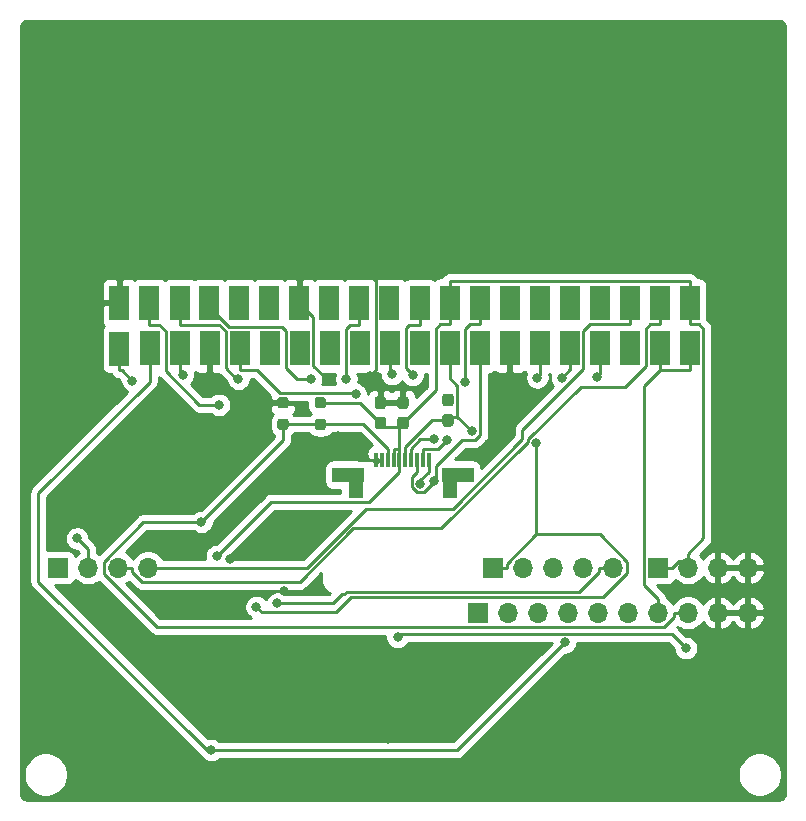
<source format=gbr>
%TF.GenerationSoftware,KiCad,Pcbnew,(5.1.9)-1*%
%TF.CreationDate,2021-11-21T17:51:23+01:00*%
%TF.ProjectId,MemoryBrakout,4d656d6f-7279-4427-9261-6b6f75742e6b,rev?*%
%TF.SameCoordinates,Original*%
%TF.FileFunction,Copper,L2,Bot*%
%TF.FilePolarity,Positive*%
%FSLAX46Y46*%
G04 Gerber Fmt 4.6, Leading zero omitted, Abs format (unit mm)*
G04 Created by KiCad (PCBNEW (5.1.9)-1) date 2021-11-21 17:51:23*
%MOMM*%
%LPD*%
G01*
G04 APERTURE LIST*
%TA.AperFunction,SMDPad,CuDef*%
%ADD10R,1.700000X3.000000*%
%TD*%
%TA.AperFunction,ComponentPad*%
%ADD11R,1.700000X1.700000*%
%TD*%
%TA.AperFunction,ComponentPad*%
%ADD12O,1.700000X1.700000*%
%TD*%
%TA.AperFunction,SMDPad,CuDef*%
%ADD13R,0.300000X1.300000*%
%TD*%
%TA.AperFunction,SMDPad,CuDef*%
%ADD14R,2.700000X1.300000*%
%TD*%
%TA.AperFunction,SMDPad,CuDef*%
%ADD15R,1.300000X2.200000*%
%TD*%
%TA.AperFunction,ViaPad*%
%ADD16C,0.800000*%
%TD*%
%TA.AperFunction,Conductor*%
%ADD17C,0.250000*%
%TD*%
%TA.AperFunction,Conductor*%
%ADD18C,0.254000*%
%TD*%
%TA.AperFunction,Conductor*%
%ADD19C,0.100000*%
%TD*%
G04 APERTURE END LIST*
%TO.P,C1,1*%
%TO.N,/DISPON*%
%TA.AperFunction,SMDPad,CuDef*%
G36*
G01*
X185657500Y-83315000D02*
X185182500Y-83315000D01*
G75*
G02*
X184945000Y-83077500I0J237500D01*
G01*
X184945000Y-82477500D01*
G75*
G02*
X185182500Y-82240000I237500J0D01*
G01*
X185657500Y-82240000D01*
G75*
G02*
X185895000Y-82477500I0J-237500D01*
G01*
X185895000Y-83077500D01*
G75*
G02*
X185657500Y-83315000I-237500J0D01*
G01*
G37*
%TD.AperFunction*%
%TO.P,C1,2*%
%TO.N,GND*%
%TA.AperFunction,SMDPad,CuDef*%
G36*
G01*
X185657500Y-81590000D02*
X185182500Y-81590000D01*
G75*
G02*
X184945000Y-81352500I0J237500D01*
G01*
X184945000Y-80752500D01*
G75*
G02*
X185182500Y-80515000I237500J0D01*
G01*
X185657500Y-80515000D01*
G75*
G02*
X185895000Y-80752500I0J-237500D01*
G01*
X185895000Y-81352500D01*
G75*
G02*
X185657500Y-81590000I-237500J0D01*
G01*
G37*
%TD.AperFunction*%
%TD*%
%TO.P,C2,2*%
%TO.N,GND*%
%TA.AperFunction,SMDPad,CuDef*%
G36*
G01*
X181847500Y-81817500D02*
X181372500Y-81817500D01*
G75*
G02*
X181135000Y-81580000I0J237500D01*
G01*
X181135000Y-80980000D01*
G75*
G02*
X181372500Y-80742500I237500J0D01*
G01*
X181847500Y-80742500D01*
G75*
G02*
X182085000Y-80980000I0J-237500D01*
G01*
X182085000Y-81580000D01*
G75*
G02*
X181847500Y-81817500I-237500J0D01*
G01*
G37*
%TD.AperFunction*%
%TO.P,C2,1*%
%TO.N,+3V3*%
%TA.AperFunction,SMDPad,CuDef*%
G36*
G01*
X181847500Y-83542500D02*
X181372500Y-83542500D01*
G75*
G02*
X181135000Y-83305000I0J237500D01*
G01*
X181135000Y-82705000D01*
G75*
G02*
X181372500Y-82467500I237500J0D01*
G01*
X181847500Y-82467500D01*
G75*
G02*
X182085000Y-82705000I0J-237500D01*
G01*
X182085000Y-83305000D01*
G75*
G02*
X181847500Y-83542500I-237500J0D01*
G01*
G37*
%TD.AperFunction*%
%TD*%
%TO.P,C3,1*%
%TO.N,+3V3*%
%TA.AperFunction,SMDPad,CuDef*%
G36*
G01*
X179942500Y-83542500D02*
X179467500Y-83542500D01*
G75*
G02*
X179230000Y-83305000I0J237500D01*
G01*
X179230000Y-82705000D01*
G75*
G02*
X179467500Y-82467500I237500J0D01*
G01*
X179942500Y-82467500D01*
G75*
G02*
X180180000Y-82705000I0J-237500D01*
G01*
X180180000Y-83305000D01*
G75*
G02*
X179942500Y-83542500I-237500J0D01*
G01*
G37*
%TD.AperFunction*%
%TO.P,C3,2*%
%TO.N,GND*%
%TA.AperFunction,SMDPad,CuDef*%
G36*
G01*
X179942500Y-81817500D02*
X179467500Y-81817500D01*
G75*
G02*
X179230000Y-81580000I0J237500D01*
G01*
X179230000Y-80980000D01*
G75*
G02*
X179467500Y-80742500I237500J0D01*
G01*
X179942500Y-80742500D01*
G75*
G02*
X180180000Y-80980000I0J-237500D01*
G01*
X180180000Y-81580000D01*
G75*
G02*
X179942500Y-81817500I-237500J0D01*
G01*
G37*
%TD.AperFunction*%
%TD*%
D10*
%TO.P,J1,2*%
%TO.N,+5V*%
X205885000Y-76685000D03*
%TO.P,J1,1*%
%TO.N,+3V3*%
X205885000Y-72811500D03*
%TO.P,J1,4*%
%TO.N,+5V*%
X203345000Y-76685000D03*
%TO.P,J1,3*%
%TO.N,/SDA*%
X203345000Y-72811500D03*
%TO.P,J1,6*%
%TO.N,GND*%
X200805000Y-76685000D03*
%TO.P,J1,5*%
%TO.N,/SCL*%
X200805000Y-72811500D03*
%TO.P,J1,8*%
%TO.N,/TXD*%
X198265000Y-76685000D03*
%TO.P,J1,7*%
%TO.N,N/C*%
X198265000Y-72811500D03*
%TO.P,J1,10*%
%TO.N,/RXD*%
X195725000Y-76685000D03*
%TO.P,J1,9*%
%TO.N,GND*%
X195725000Y-72811500D03*
%TO.P,J1,12*%
%TO.N,/BUT1*%
X193185000Y-76685000D03*
%TO.P,J1,11*%
%TO.N,N/C*%
X193185000Y-72811500D03*
%TO.P,J1,14*%
%TO.N,GND*%
X190645000Y-76685000D03*
%TO.P,J1,13*%
%TO.N,N/C*%
X190645000Y-72811500D03*
%TO.P,J1,16*%
%TO.N,/CS*%
X188105000Y-76685000D03*
%TO.P,J1,15*%
%TO.N,/LEDYellow*%
X188105000Y-72811500D03*
%TO.P,J1,18*%
%TO.N,/DISPON*%
X185565000Y-76685000D03*
%TO.P,J1,17*%
%TO.N,+3V3*%
X185565000Y-72811500D03*
%TO.P,J1,20*%
%TO.N,GND*%
X183025000Y-76685000D03*
%TO.P,J1,19*%
%TO.N,/MOSI*%
X183025000Y-72875000D03*
%TO.P,J1,22*%
%TO.N,/EXTCOMIN*%
X180485000Y-76685000D03*
%TO.P,J1,21*%
%TO.N,N/C*%
X180467000Y-72834500D03*
%TO.P,J1,24*%
X177945000Y-76685000D03*
%TO.P,J1,23*%
%TO.N,/SCK*%
X177927000Y-72834500D03*
%TO.P,J1,26*%
%TO.N,N/C*%
X175405000Y-76685000D03*
%TO.P,J1,25*%
X175387000Y-72834500D03*
%TO.P,J1,28*%
X172865000Y-76685000D03*
%TO.P,J1,27*%
%TO.N,GND*%
X172847000Y-72834500D03*
%TO.P,J1,30*%
X170325000Y-76685000D03*
%TO.P,J1,29*%
%TO.N,N/C*%
X170307000Y-72834500D03*
%TO.P,J1,32*%
%TO.N,/BUT2*%
X167785000Y-76685000D03*
%TO.P,J1,31*%
%TO.N,N/C*%
X167767000Y-72834500D03*
%TO.P,J1,34*%
%TO.N,GND*%
X165245000Y-76685000D03*
%TO.P,J1,33*%
%TO.N,/LEDPink2*%
X165227000Y-72834500D03*
%TO.P,J1,36*%
%TO.N,/BUT3*%
X162705000Y-76685000D03*
%TO.P,J1,35*%
%TO.N,/LEDPink*%
X162750500Y-72834500D03*
%TO.P,J1,38*%
%TO.N,/BUT4*%
X160165000Y-76685000D03*
%TO.P,J1,37*%
%TO.N,/LEDYellow2*%
X160147000Y-72834500D03*
%TO.P,J1,40*%
%TO.N,/BUT5*%
X157607000Y-76708000D03*
%TO.P,J1,39*%
%TO.N,GND*%
X157607000Y-72834500D03*
%TD*%
D11*
%TO.P,J2,1*%
%TO.N,/BUT1*%
X189230000Y-95250000D03*
D12*
%TO.P,J2,2*%
%TO.N,/BUT2*%
X191770000Y-95250000D03*
%TO.P,J2,3*%
%TO.N,/BUT3*%
X194310000Y-95250000D03*
%TO.P,J2,4*%
%TO.N,/BUT4*%
X196850000Y-95250000D03*
%TO.P,J2,5*%
%TO.N,/BUT5*%
X199390000Y-95250000D03*
%TD*%
D11*
%TO.P,J3,1*%
%TO.N,/SCK*%
X187960000Y-99060000D03*
D12*
%TO.P,J3,2*%
%TO.N,/MOSI*%
X190500000Y-99060000D03*
%TO.P,J3,3*%
%TO.N,/CS*%
X193040000Y-99060000D03*
%TO.P,J3,4*%
%TO.N,/EXTCOMIN*%
X195580000Y-99060000D03*
%TO.P,J3,5*%
%TO.N,/DISPON*%
X198120000Y-99060000D03*
%TO.P,J3,6*%
%TO.N,+3V3*%
X200660000Y-99060000D03*
%TO.P,J3,7*%
%TO.N,+5V*%
X203200000Y-99060000D03*
%TO.P,J3,8*%
%TO.N,/EXTMODE*%
X205740000Y-99060000D03*
%TO.P,J3,9*%
%TO.N,GND*%
X208280000Y-99060000D03*
%TO.P,J3,10*%
X210820000Y-99060000D03*
%TD*%
%TO.P,J4,4*%
%TO.N,/SCL*%
X160020000Y-95250000D03*
%TO.P,J4,3*%
%TO.N,/SDA*%
X157480000Y-95250000D03*
%TO.P,J4,2*%
%TO.N,/RXD*%
X154940000Y-95250000D03*
D11*
%TO.P,J4,1*%
%TO.N,/TXD*%
X152400000Y-95250000D03*
%TD*%
%TO.P,J5,1*%
%TO.N,+3V3*%
X203200000Y-95250000D03*
D12*
%TO.P,J5,2*%
X205740000Y-95250000D03*
%TO.P,J5,3*%
%TO.N,GND*%
X208280000Y-95250000D03*
%TO.P,J5,4*%
X210820000Y-95250000D03*
%TD*%
%TO.P,R1,2*%
%TO.N,+3V3*%
%TA.AperFunction,SMDPad,CuDef*%
G36*
G01*
X174862500Y-81767500D02*
X174387500Y-81767500D01*
G75*
G02*
X174150000Y-81530000I0J237500D01*
G01*
X174150000Y-81030000D01*
G75*
G02*
X174387500Y-80792500I237500J0D01*
G01*
X174862500Y-80792500D01*
G75*
G02*
X175100000Y-81030000I0J-237500D01*
G01*
X175100000Y-81530000D01*
G75*
G02*
X174862500Y-81767500I-237500J0D01*
G01*
G37*
%TD.AperFunction*%
%TO.P,R1,1*%
%TO.N,/EXTMODE*%
%TA.AperFunction,SMDPad,CuDef*%
G36*
G01*
X174862500Y-83592500D02*
X174387500Y-83592500D01*
G75*
G02*
X174150000Y-83355000I0J237500D01*
G01*
X174150000Y-82855000D01*
G75*
G02*
X174387500Y-82617500I237500J0D01*
G01*
X174862500Y-82617500D01*
G75*
G02*
X175100000Y-82855000I0J-237500D01*
G01*
X175100000Y-83355000D01*
G75*
G02*
X174862500Y-83592500I-237500J0D01*
G01*
G37*
%TD.AperFunction*%
%TD*%
%TO.P,R7,1*%
%TO.N,/EXTMODE*%
%TA.AperFunction,SMDPad,CuDef*%
G36*
G01*
X171687500Y-83592500D02*
X171212500Y-83592500D01*
G75*
G02*
X170975000Y-83355000I0J237500D01*
G01*
X170975000Y-82855000D01*
G75*
G02*
X171212500Y-82617500I237500J0D01*
G01*
X171687500Y-82617500D01*
G75*
G02*
X171925000Y-82855000I0J-237500D01*
G01*
X171925000Y-83355000D01*
G75*
G02*
X171687500Y-83592500I-237500J0D01*
G01*
G37*
%TD.AperFunction*%
%TO.P,R7,2*%
%TO.N,GND*%
%TA.AperFunction,SMDPad,CuDef*%
G36*
G01*
X171687500Y-81767500D02*
X171212500Y-81767500D01*
G75*
G02*
X170975000Y-81530000I0J237500D01*
G01*
X170975000Y-81030000D01*
G75*
G02*
X171212500Y-80792500I237500J0D01*
G01*
X171687500Y-80792500D01*
G75*
G02*
X171925000Y-81030000I0J-237500D01*
G01*
X171925000Y-81530000D01*
G75*
G02*
X171687500Y-81767500I-237500J0D01*
G01*
G37*
%TD.AperFunction*%
%TD*%
D13*
%TO.P,U1,8*%
%TO.N,/EXTMODE*%
X180316300Y-86133800D03*
%TO.P,U1,1*%
%TO.N,/SCK*%
X183816300Y-86133800D03*
%TO.P,U1,7*%
%TO.N,+3V3*%
X180816300Y-86133800D03*
%TO.P,U1,5*%
%TO.N,/DISPON*%
X181816300Y-86133800D03*
%TO.P,U1,9*%
%TO.N,GND*%
X179816300Y-86133800D03*
%TO.P,U1,10*%
X179316300Y-86133800D03*
%TO.P,U1,3*%
%TO.N,/CS*%
X182816300Y-86133800D03*
%TO.P,U1,2*%
%TO.N,/MOSI*%
X183316300Y-86133800D03*
%TO.P,U1,4*%
%TO.N,/EXTCOMIN*%
X182316300Y-86133800D03*
%TO.P,U1,6*%
%TO.N,+3V3*%
X181316300Y-86133800D03*
D14*
%TO.P,U1,11*%
%TO.N,N/C*%
X176956200Y-87374200D03*
D15*
X177603900Y-88237800D03*
D14*
X186252600Y-87374200D03*
D15*
X185579500Y-88237800D03*
%TD*%
D16*
%TO.N,GND*%
X171526200Y-97223580D03*
X164846000Y-75692000D03*
X172974000Y-73660000D03*
X170180000Y-76200000D03*
X183134000Y-75692000D03*
X190754000Y-75946000D03*
X195834000Y-73152000D03*
X200660000Y-76708000D03*
X180340000Y-107442000D03*
X180340000Y-109728000D03*
%TO.N,/DISPON*%
X187428600Y-83688600D03*
%TO.N,GND*%
X182372000Y-104140000D03*
X176022000Y-101854000D03*
X174498000Y-111760000D03*
X175768000Y-109220000D03*
X165608000Y-79756000D03*
X178816000Y-78994000D03*
X176149000Y-84099400D03*
X175260000Y-79375000D03*
X185496200Y-80975200D03*
X189255400Y-79756000D03*
X181737000Y-109016800D03*
X184785000Y-108737400D03*
X168503600Y-93243400D03*
X167005000Y-94525000D03*
X163753800Y-101574600D03*
X166537640Y-97703640D03*
%TO.N,+3V3*%
X165847500Y-94273500D03*
%TO.N,/TXD*%
X198085000Y-79061700D03*
%TO.N,/RXD*%
X195066500Y-79148100D03*
X154037400Y-92760300D03*
%TO.N,/BUT1*%
X192988300Y-79149600D03*
X192910300Y-84677800D03*
X169212500Y-98572300D03*
%TO.N,/CS*%
X184230600Y-87947900D03*
%TO.N,/MOSI*%
X182431800Y-78954700D03*
X185360100Y-84415500D03*
%TO.N,/EXTCOMIN*%
X180693400Y-78859500D03*
X184238100Y-84389400D03*
%TO.N,/SCK*%
X176827700Y-79275100D03*
X183072700Y-88123000D03*
%TO.N,/BUT2*%
X177602300Y-80542100D03*
%TO.N,/BUT3*%
X162968100Y-78954300D03*
%TO.N,/BUT4*%
X195328100Y-101572800D03*
X165389400Y-110702000D03*
%TO.N,/BUT5*%
X158714400Y-79399300D03*
X170991500Y-98272000D03*
%TO.N,/EXTMODE*%
X164541500Y-91377300D03*
%TO.N,/LEDYellow*%
X186901500Y-79522800D03*
X205568800Y-102058300D03*
X181164300Y-101136000D03*
%TO.N,/LEDPink*%
X167687500Y-79254800D03*
%TO.N,/LEDYellow2*%
X166024300Y-81454600D03*
%TO.N,/LEDPink2*%
X173817300Y-79291600D03*
%TD*%
D17*
%TO.N,/DISPON*%
X186223000Y-82489500D02*
X186229500Y-82489500D01*
X186229500Y-82489500D02*
X187428600Y-83688600D01*
X185420000Y-82777500D02*
X185708000Y-82489500D01*
X185708000Y-82489500D02*
X186223000Y-82489500D01*
X185565000Y-78510300D02*
X185565000Y-79212000D01*
X185565000Y-79212000D02*
X186223000Y-79870000D01*
X186223000Y-79870000D02*
X186223000Y-82489500D01*
X185420000Y-82777500D02*
X184043600Y-82777500D01*
X184043600Y-82777500D02*
X181816300Y-85004800D01*
X181816300Y-85004800D02*
X181816300Y-86133800D01*
X185565000Y-76685000D02*
X185565000Y-78510300D01*
%TO.N,GND*%
X180340000Y-109728000D02*
X180340000Y-107442000D01*
X176276000Y-109728000D02*
X175768000Y-109220000D01*
X180340000Y-109728000D02*
X176276000Y-109728000D01*
X179816300Y-86133800D02*
X179316300Y-86133800D01*
X179316300Y-86133800D02*
X177878600Y-86133800D01*
X176149000Y-84404200D02*
X176149000Y-84099400D01*
X177878600Y-86133800D02*
X176149000Y-84404200D01*
X174040001Y-74027501D02*
X172847000Y-72834500D01*
X174040001Y-78155001D02*
X174040001Y-74027501D01*
X175260000Y-79375000D02*
X174040001Y-78155001D01*
X179291999Y-78518001D02*
X179291999Y-70021199D01*
X178816000Y-78994000D02*
X179291999Y-78518001D01*
X185420000Y-81051400D02*
X185496200Y-80975200D01*
X185420000Y-81052500D02*
X185420000Y-81051400D01*
X168286600Y-93243400D02*
X167005000Y-94525000D01*
X168503600Y-93243400D02*
X168286600Y-93243400D01*
X167017700Y-97223580D02*
X166537640Y-97703640D01*
X171526200Y-97223580D02*
X167017700Y-97223580D01*
%TO.N,+3V3*%
X185565000Y-72811500D02*
X185565000Y-74636800D01*
X181610000Y-83005000D02*
X184389700Y-80225300D01*
X184389700Y-80225300D02*
X184389700Y-75004000D01*
X184389700Y-75004000D02*
X184756900Y-74636800D01*
X184756900Y-74636800D02*
X185565000Y-74636800D01*
X181316300Y-83298700D02*
X181610000Y-83005000D01*
X181316300Y-86133800D02*
X181316300Y-87109100D01*
X181316300Y-87109100D02*
X178762200Y-89663200D01*
X178762200Y-89663200D02*
X170457800Y-89663200D01*
X170457800Y-89663200D02*
X165847500Y-94273500D01*
X181316300Y-85987000D02*
X181316300Y-86133800D01*
X203200000Y-95250000D02*
X204375300Y-95250000D01*
X205740000Y-94662300D02*
X204963000Y-94662300D01*
X204963000Y-94662300D02*
X204375300Y-95250000D01*
X205740000Y-94662300D02*
X205740000Y-94074700D01*
X205740000Y-95250000D02*
X205740000Y-94662300D01*
X181316300Y-85158500D02*
X181316300Y-83298700D01*
X181316300Y-83298700D02*
X179998700Y-83298700D01*
X179998700Y-83298700D02*
X179705000Y-83005000D01*
X179705000Y-83005000D02*
X177980000Y-81280000D01*
X177980000Y-81280000D02*
X174625000Y-81280000D01*
X181316300Y-85987000D02*
X181316300Y-85271100D01*
X205740000Y-94074700D02*
X207060300Y-92754400D01*
X207060300Y-92754400D02*
X207060300Y-75004000D01*
X207060300Y-75004000D02*
X206693100Y-74636800D01*
X206693100Y-74636800D02*
X205885000Y-74636800D01*
X205885000Y-72811500D02*
X205885000Y-74636800D01*
X205885000Y-72811500D02*
X205885000Y-70986200D01*
X185565000Y-72811500D02*
X185565000Y-70986200D01*
X185565000Y-70986200D02*
X205885000Y-70986200D01*
X181316300Y-85271100D02*
X181316300Y-85158500D01*
X180816300Y-86133800D02*
X180816300Y-85158500D01*
X181316300Y-85158500D02*
X180816300Y-85158500D01*
%TO.N,+5V*%
X203200000Y-99060000D02*
X203200000Y-97884700D01*
X203200000Y-97884700D02*
X202015000Y-96699700D01*
X202015000Y-96699700D02*
X202015000Y-79840300D01*
X202015000Y-79840300D02*
X203345000Y-78510300D01*
X203345000Y-78510300D02*
X203345000Y-76685000D01*
X203345000Y-78510300D02*
X205885000Y-78510300D01*
X205885000Y-76685000D02*
X205885000Y-78510300D01*
%TO.N,/SDA*%
X203345000Y-74636800D02*
X202536900Y-74636800D01*
X202536900Y-74636800D02*
X202169700Y-75004000D01*
X202169700Y-75004000D02*
X202169700Y-78139000D01*
X202169700Y-78139000D02*
X200396500Y-79912200D01*
X200396500Y-79912200D02*
X196650000Y-79912200D01*
X196650000Y-79912200D02*
X192184900Y-84377300D01*
X192184900Y-84377300D02*
X192184900Y-84575900D01*
X192184900Y-84575900D02*
X184841100Y-91919700D01*
X184841100Y-91919700D02*
X177424500Y-91919700D01*
X177424500Y-91919700D02*
X172902800Y-96441400D01*
X172902800Y-96441400D02*
X159479400Y-96441400D01*
X159479400Y-96441400D02*
X158655300Y-95617300D01*
X158655300Y-95617300D02*
X158655300Y-95250000D01*
X203345000Y-72811500D02*
X203345000Y-74636800D01*
X157480000Y-95250000D02*
X158655300Y-95250000D01*
%TO.N,/SCL*%
X200805000Y-72811500D02*
X200805000Y-74636800D01*
X160020000Y-95250000D02*
X173457300Y-95250000D01*
X173457300Y-95250000D02*
X178465300Y-90242000D01*
X178465300Y-90242000D02*
X185855400Y-90242000D01*
X185855400Y-90242000D02*
X191734500Y-84362900D01*
X191734500Y-84362900D02*
X191734500Y-83553900D01*
X191734500Y-83553900D02*
X196900400Y-78388000D01*
X196900400Y-78388000D02*
X196900400Y-75221200D01*
X196900400Y-75221200D02*
X197484800Y-74636800D01*
X197484800Y-74636800D02*
X200805000Y-74636800D01*
%TO.N,/TXD*%
X198085000Y-79061700D02*
X198265000Y-78881700D01*
X198265000Y-78881700D02*
X198265000Y-76685000D01*
%TO.N,/RXD*%
X195725000Y-76685000D02*
X195725000Y-78510300D01*
X195066500Y-79148100D02*
X195704300Y-78510300D01*
X195704300Y-78510300D02*
X195725000Y-78510300D01*
X154940000Y-95250000D02*
X154940000Y-93662900D01*
X154940000Y-93662900D02*
X154037400Y-92760300D01*
%TO.N,/BUT1*%
X192910300Y-92424600D02*
X198284100Y-92424600D01*
X198284100Y-92424600D02*
X200607100Y-94747600D01*
X200607100Y-94747600D02*
X200607100Y-95699800D01*
X200607100Y-95699800D02*
X198542200Y-97764700D01*
X198542200Y-97764700D02*
X177215000Y-97764700D01*
X177215000Y-97764700D02*
X175941600Y-99038100D01*
X175941600Y-99038100D02*
X169678300Y-99038100D01*
X169678300Y-99038100D02*
X169212500Y-98572300D01*
X190405300Y-95250000D02*
X190405300Y-94929600D01*
X190405300Y-94929600D02*
X192910300Y-92424600D01*
X192910300Y-92424600D02*
X192910300Y-84677800D01*
X192988300Y-79149600D02*
X193185000Y-78952900D01*
X193185000Y-78952900D02*
X193185000Y-76685000D01*
X189230000Y-95250000D02*
X190405300Y-95250000D01*
%TO.N,/CS*%
X188105000Y-76685000D02*
X188105000Y-78510300D01*
X184230600Y-87947900D02*
X184402700Y-87775800D01*
X184402700Y-87775800D02*
X184402700Y-86654500D01*
X184402700Y-86654500D02*
X186643300Y-84413900D01*
X186643300Y-84413900D02*
X187729100Y-84413900D01*
X187729100Y-84413900D02*
X188153900Y-83989100D01*
X188153900Y-83989100D02*
X188153900Y-78559200D01*
X188153900Y-78559200D02*
X188105000Y-78510300D01*
X184230600Y-87947900D02*
X184230600Y-87990900D01*
X184230600Y-87990900D02*
X183373200Y-88848300D01*
X183373200Y-88848300D02*
X182772300Y-88848300D01*
X182772300Y-88848300D02*
X182347400Y-88423400D01*
X182347400Y-88423400D02*
X182347400Y-87578000D01*
X182347400Y-87578000D02*
X182816300Y-87109100D01*
X182816300Y-86133800D02*
X182816300Y-87109100D01*
%TO.N,/MOSI*%
X183025000Y-72875000D02*
X183025000Y-74700300D01*
X182431800Y-78954700D02*
X181849700Y-78372600D01*
X181849700Y-78372600D02*
X181849700Y-74994100D01*
X181849700Y-74994100D02*
X182143500Y-74700300D01*
X182143500Y-74700300D02*
X183025000Y-74700300D01*
X183316300Y-86133800D02*
X183316300Y-85158500D01*
X183316300Y-85158500D02*
X184617100Y-85158500D01*
X184617100Y-85158500D02*
X185360100Y-84415500D01*
%TO.N,/EXTCOMIN*%
X180693400Y-78859500D02*
X180485000Y-78651100D01*
X180485000Y-78651100D02*
X180485000Y-76685000D01*
X182316300Y-86133800D02*
X182316300Y-85158500D01*
X182316300Y-85158500D02*
X183085400Y-84389400D01*
X183085400Y-84389400D02*
X184238100Y-84389400D01*
%TO.N,/SCK*%
X177927000Y-72834500D02*
X177927000Y-74659800D01*
X176827700Y-79275100D02*
X176769600Y-79217000D01*
X176769600Y-79217000D02*
X176769600Y-75021400D01*
X176769600Y-75021400D02*
X177131200Y-74659800D01*
X177131200Y-74659800D02*
X177927000Y-74659800D01*
X183816300Y-86133800D02*
X183816300Y-87109100D01*
X183816300Y-87109100D02*
X183072700Y-87852700D01*
X183072700Y-87852700D02*
X183072700Y-88123000D01*
%TO.N,/BUT2*%
X167785000Y-76685000D02*
X167785000Y-78510300D01*
X177602300Y-80542100D02*
X177526400Y-80466200D01*
X177526400Y-80466200D02*
X171206400Y-80466200D01*
X171206400Y-80466200D02*
X169250500Y-78510300D01*
X169250500Y-78510300D02*
X167785000Y-78510300D01*
%TO.N,/BUT3*%
X162968100Y-78954300D02*
X162705000Y-78691200D01*
X162705000Y-78691200D02*
X162705000Y-76685000D01*
%TO.N,/BUT4*%
X165389400Y-110702000D02*
X186198900Y-110702000D01*
X186198900Y-110702000D02*
X195328100Y-101572800D01*
X165389400Y-110702000D02*
X165025400Y-110702000D01*
X165025400Y-110702000D02*
X150755300Y-96431900D01*
X150755300Y-96431900D02*
X150755300Y-88912500D01*
X150755300Y-88912500D02*
X160165000Y-79502800D01*
X160165000Y-79502800D02*
X160165000Y-76685000D01*
%TO.N,/BUT5*%
X157607000Y-76708000D02*
X157607000Y-78533300D01*
X158714400Y-79399300D02*
X157848400Y-78533300D01*
X157848400Y-78533300D02*
X157607000Y-78533300D01*
X199390000Y-95250000D02*
X198214700Y-95250000D01*
X196517700Y-97314300D02*
X198214700Y-95617300D01*
X198214700Y-95617300D02*
X198214700Y-95250000D01*
X170991500Y-98272000D02*
X175665800Y-98272000D01*
X176670800Y-97459800D02*
X176816300Y-97314300D01*
X176478000Y-97459800D02*
X176670800Y-97459800D01*
X175665800Y-98272000D02*
X176478000Y-97459800D01*
X176816300Y-97314300D02*
X196517700Y-97314300D01*
%TO.N,/EXTMODE*%
X205740000Y-99060000D02*
X204564700Y-99060000D01*
X164541500Y-91377300D02*
X159647300Y-91377300D01*
X159647300Y-91377300D02*
X156298100Y-94726500D01*
X156298100Y-94726500D02*
X156298100Y-95808800D01*
X156298100Y-95808800D02*
X160750000Y-100260700D01*
X160750000Y-100260700D02*
X203729300Y-100260700D01*
X203729300Y-100260700D02*
X204564700Y-99425300D01*
X204564700Y-99425300D02*
X204564700Y-99060000D01*
X171450000Y-83105000D02*
X171450000Y-84468800D01*
X171450000Y-84468800D02*
X164541500Y-91377300D01*
X174625000Y-83105000D02*
X171450000Y-83105000D01*
X180316300Y-86133800D02*
X180316300Y-85158500D01*
X174625000Y-83105000D02*
X178262800Y-83105000D01*
X178262800Y-83105000D02*
X180316300Y-85158500D01*
%TO.N,/LEDYellow*%
X205568800Y-102058300D02*
X204358000Y-100847500D01*
X204358000Y-100847500D02*
X181452800Y-100847500D01*
X181452800Y-100847500D02*
X181164300Y-101136000D01*
X188105000Y-72811500D02*
X188105000Y-74636800D01*
X186901500Y-79522800D02*
X186901500Y-75032300D01*
X186901500Y-75032300D02*
X187297000Y-74636800D01*
X187297000Y-74636800D02*
X188105000Y-74636800D01*
%TO.N,/LEDPink*%
X162750500Y-72834500D02*
X162750500Y-74659800D01*
X167687500Y-79254800D02*
X167486000Y-79254800D01*
X167486000Y-79254800D02*
X166609600Y-78378400D01*
X166609600Y-78378400D02*
X166609600Y-75221200D01*
X166609600Y-75221200D02*
X166048200Y-74659800D01*
X166048200Y-74659800D02*
X162750500Y-74659800D01*
%TO.N,/LEDYellow2*%
X160147000Y-72834500D02*
X160147000Y-74659800D01*
X166024300Y-81454600D02*
X164375100Y-81454600D01*
X164375100Y-81454600D02*
X161529600Y-78609100D01*
X161529600Y-78609100D02*
X161529600Y-75234400D01*
X161529600Y-75234400D02*
X160955000Y-74659800D01*
X160955000Y-74659800D02*
X160147000Y-74659800D01*
%TO.N,/LEDPink2*%
X173817300Y-79291600D02*
X172620400Y-79291600D01*
X172620400Y-79291600D02*
X171689600Y-78360800D01*
X171689600Y-78360800D02*
X171689600Y-75187800D01*
X171689600Y-75187800D02*
X171361400Y-74859600D01*
X171361400Y-74859600D02*
X166904100Y-74859600D01*
X166904100Y-74859600D02*
X165227000Y-73182500D01*
X165227000Y-73182500D02*
X165227000Y-72834500D01*
%TD*%
D18*
%TO.N,GND*%
X213477869Y-48934722D02*
X213591246Y-48968953D01*
X213695819Y-49024555D01*
X213787596Y-49099407D01*
X213863091Y-49190664D01*
X213919419Y-49294844D01*
X213954440Y-49407976D01*
X213970000Y-49556022D01*
X213970001Y-114267711D01*
X213955278Y-114417869D01*
X213921047Y-114531246D01*
X213865446Y-114635817D01*
X213790594Y-114727595D01*
X213699335Y-114803091D01*
X213595160Y-114859419D01*
X213482024Y-114894440D01*
X213333979Y-114910000D01*
X149892279Y-114910000D01*
X149742131Y-114895278D01*
X149628754Y-114861047D01*
X149524183Y-114805446D01*
X149432405Y-114730594D01*
X149356909Y-114639335D01*
X149300581Y-114535160D01*
X149265560Y-114422024D01*
X149250000Y-114273979D01*
X149250000Y-112590344D01*
X149499000Y-112590344D01*
X149499000Y-112961656D01*
X149571439Y-113325834D01*
X149713534Y-113668882D01*
X149919825Y-113977618D01*
X150182382Y-114240175D01*
X150491118Y-114446466D01*
X150834166Y-114588561D01*
X151198344Y-114661000D01*
X151569656Y-114661000D01*
X151933834Y-114588561D01*
X152276882Y-114446466D01*
X152585618Y-114240175D01*
X152848175Y-113977618D01*
X153054466Y-113668882D01*
X153196561Y-113325834D01*
X153269000Y-112961656D01*
X153269000Y-112590344D01*
X209951000Y-112590344D01*
X209951000Y-112961656D01*
X210023439Y-113325834D01*
X210165534Y-113668882D01*
X210371825Y-113977618D01*
X210634382Y-114240175D01*
X210943118Y-114446466D01*
X211286166Y-114588561D01*
X211650344Y-114661000D01*
X212021656Y-114661000D01*
X212385834Y-114588561D01*
X212728882Y-114446466D01*
X213037618Y-114240175D01*
X213300175Y-113977618D01*
X213506466Y-113668882D01*
X213648561Y-113325834D01*
X213721000Y-112961656D01*
X213721000Y-112590344D01*
X213648561Y-112226166D01*
X213506466Y-111883118D01*
X213300175Y-111574382D01*
X213037618Y-111311825D01*
X212728882Y-111105534D01*
X212385834Y-110963439D01*
X212021656Y-110891000D01*
X211650344Y-110891000D01*
X211286166Y-110963439D01*
X210943118Y-111105534D01*
X210634382Y-111311825D01*
X210371825Y-111574382D01*
X210165534Y-111883118D01*
X210023439Y-112226166D01*
X209951000Y-112590344D01*
X153269000Y-112590344D01*
X153196561Y-112226166D01*
X153054466Y-111883118D01*
X152848175Y-111574382D01*
X152585618Y-111311825D01*
X152276882Y-111105534D01*
X151933834Y-110963439D01*
X151569656Y-110891000D01*
X151198344Y-110891000D01*
X150834166Y-110963439D01*
X150491118Y-111105534D01*
X150182382Y-111311825D01*
X149919825Y-111574382D01*
X149713534Y-111883118D01*
X149571439Y-112226166D01*
X149499000Y-112590344D01*
X149250000Y-112590344D01*
X149250000Y-88912500D01*
X149991624Y-88912500D01*
X149995301Y-88949832D01*
X149995300Y-96394578D01*
X149991624Y-96431900D01*
X149995300Y-96469222D01*
X149995300Y-96469232D01*
X150006297Y-96580885D01*
X150047272Y-96715964D01*
X150049754Y-96724146D01*
X150120326Y-96856176D01*
X150128122Y-96865675D01*
X150215299Y-96971901D01*
X150244303Y-96995704D01*
X164461601Y-111213003D01*
X164485399Y-111242001D01*
X164514397Y-111265799D01*
X164529758Y-111278406D01*
X164585463Y-111361774D01*
X164729626Y-111505937D01*
X164899144Y-111619205D01*
X165087502Y-111697226D01*
X165287461Y-111737000D01*
X165491339Y-111737000D01*
X165691298Y-111697226D01*
X165879656Y-111619205D01*
X166049174Y-111505937D01*
X166093111Y-111462000D01*
X186161578Y-111462000D01*
X186198900Y-111465676D01*
X186236222Y-111462000D01*
X186236233Y-111462000D01*
X186347886Y-111451003D01*
X186491147Y-111407546D01*
X186623176Y-111336974D01*
X186738901Y-111242001D01*
X186762704Y-111212997D01*
X195367903Y-102607800D01*
X195430039Y-102607800D01*
X195629998Y-102568026D01*
X195818356Y-102490005D01*
X195987874Y-102376737D01*
X196132037Y-102232574D01*
X196245305Y-102063056D01*
X196323326Y-101874698D01*
X196363100Y-101674739D01*
X196363100Y-101607500D01*
X204043199Y-101607500D01*
X204533800Y-102098102D01*
X204533800Y-102160239D01*
X204573574Y-102360198D01*
X204651595Y-102548556D01*
X204764863Y-102718074D01*
X204909026Y-102862237D01*
X205078544Y-102975505D01*
X205266902Y-103053526D01*
X205466861Y-103093300D01*
X205670739Y-103093300D01*
X205870698Y-103053526D01*
X206059056Y-102975505D01*
X206228574Y-102862237D01*
X206372737Y-102718074D01*
X206486005Y-102548556D01*
X206564026Y-102360198D01*
X206603800Y-102160239D01*
X206603800Y-101956361D01*
X206564026Y-101756402D01*
X206486005Y-101568044D01*
X206372737Y-101398526D01*
X206228574Y-101254363D01*
X206059056Y-101141095D01*
X205870698Y-101063074D01*
X205670739Y-101023300D01*
X205608602Y-101023300D01*
X204921804Y-100336503D01*
X204898001Y-100307499D01*
X204820723Y-100244079D01*
X204828112Y-100236690D01*
X205036589Y-100375990D01*
X205306842Y-100487932D01*
X205593740Y-100545000D01*
X205886260Y-100545000D01*
X206173158Y-100487932D01*
X206443411Y-100375990D01*
X206686632Y-100213475D01*
X206893475Y-100006632D01*
X207015195Y-99824466D01*
X207084822Y-99941355D01*
X207279731Y-100157588D01*
X207513080Y-100331641D01*
X207775901Y-100456825D01*
X207923110Y-100501476D01*
X208153000Y-100380155D01*
X208153000Y-99187000D01*
X208407000Y-99187000D01*
X208407000Y-100380155D01*
X208636890Y-100501476D01*
X208784099Y-100456825D01*
X209046920Y-100331641D01*
X209280269Y-100157588D01*
X209475178Y-99941355D01*
X209550000Y-99815745D01*
X209624822Y-99941355D01*
X209819731Y-100157588D01*
X210053080Y-100331641D01*
X210315901Y-100456825D01*
X210463110Y-100501476D01*
X210693000Y-100380155D01*
X210693000Y-99187000D01*
X210947000Y-99187000D01*
X210947000Y-100380155D01*
X211176890Y-100501476D01*
X211324099Y-100456825D01*
X211586920Y-100331641D01*
X211820269Y-100157588D01*
X212015178Y-99941355D01*
X212164157Y-99691252D01*
X212261481Y-99416891D01*
X212140814Y-99187000D01*
X210947000Y-99187000D01*
X210693000Y-99187000D01*
X208407000Y-99187000D01*
X208153000Y-99187000D01*
X208133000Y-99187000D01*
X208133000Y-98933000D01*
X208153000Y-98933000D01*
X208153000Y-97739845D01*
X208407000Y-97739845D01*
X208407000Y-98933000D01*
X210693000Y-98933000D01*
X210693000Y-97739845D01*
X210947000Y-97739845D01*
X210947000Y-98933000D01*
X212140814Y-98933000D01*
X212261481Y-98703109D01*
X212164157Y-98428748D01*
X212015178Y-98178645D01*
X211820269Y-97962412D01*
X211586920Y-97788359D01*
X211324099Y-97663175D01*
X211176890Y-97618524D01*
X210947000Y-97739845D01*
X210693000Y-97739845D01*
X210463110Y-97618524D01*
X210315901Y-97663175D01*
X210053080Y-97788359D01*
X209819731Y-97962412D01*
X209624822Y-98178645D01*
X209550000Y-98304255D01*
X209475178Y-98178645D01*
X209280269Y-97962412D01*
X209046920Y-97788359D01*
X208784099Y-97663175D01*
X208636890Y-97618524D01*
X208407000Y-97739845D01*
X208153000Y-97739845D01*
X207923110Y-97618524D01*
X207775901Y-97663175D01*
X207513080Y-97788359D01*
X207279731Y-97962412D01*
X207084822Y-98178645D01*
X207015195Y-98295534D01*
X206893475Y-98113368D01*
X206686632Y-97906525D01*
X206443411Y-97744010D01*
X206173158Y-97632068D01*
X205886260Y-97575000D01*
X205593740Y-97575000D01*
X205306842Y-97632068D01*
X205036589Y-97744010D01*
X204793368Y-97906525D01*
X204586525Y-98113368D01*
X204470000Y-98287760D01*
X204353475Y-98113368D01*
X204146632Y-97906525D01*
X203953089Y-97777204D01*
X203949003Y-97735714D01*
X203905546Y-97592453D01*
X203876066Y-97537300D01*
X203834974Y-97460423D01*
X203763799Y-97373697D01*
X203740001Y-97344699D01*
X203711003Y-97320901D01*
X203128173Y-96738072D01*
X204050000Y-96738072D01*
X204174482Y-96725812D01*
X204294180Y-96689502D01*
X204404494Y-96630537D01*
X204501185Y-96551185D01*
X204580537Y-96454494D01*
X204639502Y-96344180D01*
X204661513Y-96271620D01*
X204793368Y-96403475D01*
X205036589Y-96565990D01*
X205306842Y-96677932D01*
X205593740Y-96735000D01*
X205886260Y-96735000D01*
X206173158Y-96677932D01*
X206443411Y-96565990D01*
X206686632Y-96403475D01*
X206893475Y-96196632D01*
X207015195Y-96014466D01*
X207084822Y-96131355D01*
X207279731Y-96347588D01*
X207513080Y-96521641D01*
X207775901Y-96646825D01*
X207923110Y-96691476D01*
X208153000Y-96570155D01*
X208153000Y-95377000D01*
X208407000Y-95377000D01*
X208407000Y-96570155D01*
X208636890Y-96691476D01*
X208784099Y-96646825D01*
X209046920Y-96521641D01*
X209280269Y-96347588D01*
X209475178Y-96131355D01*
X209550000Y-96005745D01*
X209624822Y-96131355D01*
X209819731Y-96347588D01*
X210053080Y-96521641D01*
X210315901Y-96646825D01*
X210463110Y-96691476D01*
X210693000Y-96570155D01*
X210693000Y-95377000D01*
X210947000Y-95377000D01*
X210947000Y-96570155D01*
X211176890Y-96691476D01*
X211324099Y-96646825D01*
X211586920Y-96521641D01*
X211820269Y-96347588D01*
X212015178Y-96131355D01*
X212164157Y-95881252D01*
X212261481Y-95606891D01*
X212140814Y-95377000D01*
X210947000Y-95377000D01*
X210693000Y-95377000D01*
X208407000Y-95377000D01*
X208153000Y-95377000D01*
X208133000Y-95377000D01*
X208133000Y-95123000D01*
X208153000Y-95123000D01*
X208153000Y-93929845D01*
X208407000Y-93929845D01*
X208407000Y-95123000D01*
X210693000Y-95123000D01*
X210693000Y-93929845D01*
X210947000Y-93929845D01*
X210947000Y-95123000D01*
X212140814Y-95123000D01*
X212261481Y-94893109D01*
X212164157Y-94618748D01*
X212015178Y-94368645D01*
X211820269Y-94152412D01*
X211586920Y-93978359D01*
X211324099Y-93853175D01*
X211176890Y-93808524D01*
X210947000Y-93929845D01*
X210693000Y-93929845D01*
X210463110Y-93808524D01*
X210315901Y-93853175D01*
X210053080Y-93978359D01*
X209819731Y-94152412D01*
X209624822Y-94368645D01*
X209550000Y-94494255D01*
X209475178Y-94368645D01*
X209280269Y-94152412D01*
X209046920Y-93978359D01*
X208784099Y-93853175D01*
X208636890Y-93808524D01*
X208407000Y-93929845D01*
X208153000Y-93929845D01*
X207923110Y-93808524D01*
X207775901Y-93853175D01*
X207513080Y-93978359D01*
X207279731Y-94152412D01*
X207084822Y-94368645D01*
X207015195Y-94485534D01*
X206893475Y-94303368D01*
X206739804Y-94149697D01*
X207571304Y-93318198D01*
X207600301Y-93294401D01*
X207695274Y-93178676D01*
X207765846Y-93046647D01*
X207809303Y-92903386D01*
X207820300Y-92791733D01*
X207820300Y-92791724D01*
X207823976Y-92754401D01*
X207820300Y-92717078D01*
X207820300Y-75041322D01*
X207823976Y-75003999D01*
X207820300Y-74966676D01*
X207820300Y-74966667D01*
X207809303Y-74855014D01*
X207765846Y-74711753D01*
X207695274Y-74579724D01*
X207600301Y-74463999D01*
X207571297Y-74440196D01*
X207373072Y-74241971D01*
X207373072Y-71311500D01*
X207360812Y-71187018D01*
X207324502Y-71067320D01*
X207265537Y-70957006D01*
X207186185Y-70860315D01*
X207089494Y-70780963D01*
X206979180Y-70721998D01*
X206859482Y-70685688D01*
X206735000Y-70673428D01*
X206579575Y-70673428D01*
X206519974Y-70561924D01*
X206425001Y-70446199D01*
X206309276Y-70351226D01*
X206177247Y-70280654D01*
X206033986Y-70237197D01*
X205922333Y-70226200D01*
X205885000Y-70222523D01*
X205847667Y-70226200D01*
X185602333Y-70226200D01*
X185565000Y-70222523D01*
X185527667Y-70226200D01*
X185416014Y-70237197D01*
X185272753Y-70280654D01*
X185140724Y-70351226D01*
X185024999Y-70446199D01*
X184930026Y-70561924D01*
X184870425Y-70673428D01*
X184715000Y-70673428D01*
X184590518Y-70685688D01*
X184470820Y-70721998D01*
X184360506Y-70780963D01*
X184263815Y-70860315D01*
X184257776Y-70867673D01*
X184229494Y-70844463D01*
X184119180Y-70785498D01*
X183999482Y-70749188D01*
X183875000Y-70736928D01*
X182175000Y-70736928D01*
X182050518Y-70749188D01*
X181930820Y-70785498D01*
X181820506Y-70844463D01*
X181770189Y-70885757D01*
X181768185Y-70883315D01*
X181671494Y-70803963D01*
X181561180Y-70744998D01*
X181441482Y-70708688D01*
X181317000Y-70696428D01*
X179617000Y-70696428D01*
X179492518Y-70708688D01*
X179372820Y-70744998D01*
X179262506Y-70803963D01*
X179197000Y-70857722D01*
X179131494Y-70803963D01*
X179021180Y-70744998D01*
X178901482Y-70708688D01*
X178777000Y-70696428D01*
X177077000Y-70696428D01*
X176952518Y-70708688D01*
X176832820Y-70744998D01*
X176722506Y-70803963D01*
X176657000Y-70857722D01*
X176591494Y-70803963D01*
X176481180Y-70744998D01*
X176361482Y-70708688D01*
X176237000Y-70696428D01*
X174537000Y-70696428D01*
X174412518Y-70708688D01*
X174292820Y-70744998D01*
X174182506Y-70803963D01*
X174117000Y-70857722D01*
X174051494Y-70803963D01*
X173941180Y-70744998D01*
X173821482Y-70708688D01*
X173697000Y-70696428D01*
X173132750Y-70699500D01*
X172974000Y-70858250D01*
X172974000Y-72707500D01*
X172994000Y-72707500D01*
X172994000Y-72961500D01*
X172974000Y-72961500D01*
X172974000Y-72981500D01*
X172720000Y-72981500D01*
X172720000Y-72961500D01*
X172700000Y-72961500D01*
X172700000Y-72707500D01*
X172720000Y-72707500D01*
X172720000Y-70858250D01*
X172561250Y-70699500D01*
X171997000Y-70696428D01*
X171872518Y-70708688D01*
X171752820Y-70744998D01*
X171642506Y-70803963D01*
X171577000Y-70857722D01*
X171511494Y-70803963D01*
X171401180Y-70744998D01*
X171281482Y-70708688D01*
X171157000Y-70696428D01*
X169457000Y-70696428D01*
X169332518Y-70708688D01*
X169212820Y-70744998D01*
X169102506Y-70803963D01*
X169037000Y-70857722D01*
X168971494Y-70803963D01*
X168861180Y-70744998D01*
X168741482Y-70708688D01*
X168617000Y-70696428D01*
X166917000Y-70696428D01*
X166792518Y-70708688D01*
X166672820Y-70744998D01*
X166562506Y-70803963D01*
X166497000Y-70857722D01*
X166431494Y-70803963D01*
X166321180Y-70744998D01*
X166201482Y-70708688D01*
X166077000Y-70696428D01*
X164377000Y-70696428D01*
X164252518Y-70708688D01*
X164132820Y-70744998D01*
X164022506Y-70803963D01*
X163988750Y-70831666D01*
X163954994Y-70803963D01*
X163844680Y-70744998D01*
X163724982Y-70708688D01*
X163600500Y-70696428D01*
X161900500Y-70696428D01*
X161776018Y-70708688D01*
X161656320Y-70744998D01*
X161546006Y-70803963D01*
X161449315Y-70883315D01*
X161448750Y-70884003D01*
X161448185Y-70883315D01*
X161351494Y-70803963D01*
X161241180Y-70744998D01*
X161121482Y-70708688D01*
X160997000Y-70696428D01*
X159297000Y-70696428D01*
X159172518Y-70708688D01*
X159052820Y-70744998D01*
X158942506Y-70803963D01*
X158877000Y-70857722D01*
X158811494Y-70803963D01*
X158701180Y-70744998D01*
X158581482Y-70708688D01*
X158457000Y-70696428D01*
X157892750Y-70699500D01*
X157734000Y-70858250D01*
X157734000Y-72707500D01*
X157754000Y-72707500D01*
X157754000Y-72961500D01*
X157734000Y-72961500D01*
X157734000Y-72981500D01*
X157480000Y-72981500D01*
X157480000Y-72961500D01*
X156280750Y-72961500D01*
X156122000Y-73120250D01*
X156118928Y-74334500D01*
X156131188Y-74458982D01*
X156167498Y-74578680D01*
X156226463Y-74688994D01*
X156293969Y-74771250D01*
X156226463Y-74853506D01*
X156167498Y-74963820D01*
X156131188Y-75083518D01*
X156118928Y-75208000D01*
X156118928Y-78208000D01*
X156131188Y-78332482D01*
X156167498Y-78452180D01*
X156226463Y-78562494D01*
X156305815Y-78659185D01*
X156402506Y-78738537D01*
X156512820Y-78797502D01*
X156632518Y-78833812D01*
X156757000Y-78846072D01*
X156912425Y-78846072D01*
X156972026Y-78957576D01*
X157066999Y-79073301D01*
X157182724Y-79168274D01*
X157314753Y-79238846D01*
X157458014Y-79282303D01*
X157529658Y-79289359D01*
X157679400Y-79439101D01*
X157679400Y-79501239D01*
X157719174Y-79701198D01*
X157797195Y-79889556D01*
X157910463Y-80059074D01*
X158054626Y-80203237D01*
X158224144Y-80316505D01*
X158261160Y-80331838D01*
X150244298Y-88348701D01*
X150215300Y-88372499D01*
X150191502Y-88401497D01*
X150191501Y-88401498D01*
X150120326Y-88488224D01*
X150049754Y-88620254D01*
X150006298Y-88763515D01*
X149991624Y-88912500D01*
X149250000Y-88912500D01*
X149250000Y-71334500D01*
X156118928Y-71334500D01*
X156122000Y-72548750D01*
X156280750Y-72707500D01*
X157480000Y-72707500D01*
X157480000Y-70858250D01*
X157321250Y-70699500D01*
X156757000Y-70696428D01*
X156632518Y-70708688D01*
X156512820Y-70744998D01*
X156402506Y-70803963D01*
X156305815Y-70883315D01*
X156226463Y-70980006D01*
X156167498Y-71090320D01*
X156131188Y-71210018D01*
X156118928Y-71334500D01*
X149250000Y-71334500D01*
X149250000Y-49562279D01*
X149264722Y-49412131D01*
X149298953Y-49298754D01*
X149354555Y-49194181D01*
X149429407Y-49102404D01*
X149520664Y-49026909D01*
X149624844Y-48970581D01*
X149737976Y-48935560D01*
X149886022Y-48920000D01*
X213327721Y-48920000D01*
X213477869Y-48934722D01*
%TA.AperFunction,Conductor*%
D19*
G36*
X213477869Y-48934722D02*
G01*
X213591246Y-48968953D01*
X213695819Y-49024555D01*
X213787596Y-49099407D01*
X213863091Y-49190664D01*
X213919419Y-49294844D01*
X213954440Y-49407976D01*
X213970000Y-49556022D01*
X213970001Y-114267711D01*
X213955278Y-114417869D01*
X213921047Y-114531246D01*
X213865446Y-114635817D01*
X213790594Y-114727595D01*
X213699335Y-114803091D01*
X213595160Y-114859419D01*
X213482024Y-114894440D01*
X213333979Y-114910000D01*
X149892279Y-114910000D01*
X149742131Y-114895278D01*
X149628754Y-114861047D01*
X149524183Y-114805446D01*
X149432405Y-114730594D01*
X149356909Y-114639335D01*
X149300581Y-114535160D01*
X149265560Y-114422024D01*
X149250000Y-114273979D01*
X149250000Y-112590344D01*
X149499000Y-112590344D01*
X149499000Y-112961656D01*
X149571439Y-113325834D01*
X149713534Y-113668882D01*
X149919825Y-113977618D01*
X150182382Y-114240175D01*
X150491118Y-114446466D01*
X150834166Y-114588561D01*
X151198344Y-114661000D01*
X151569656Y-114661000D01*
X151933834Y-114588561D01*
X152276882Y-114446466D01*
X152585618Y-114240175D01*
X152848175Y-113977618D01*
X153054466Y-113668882D01*
X153196561Y-113325834D01*
X153269000Y-112961656D01*
X153269000Y-112590344D01*
X209951000Y-112590344D01*
X209951000Y-112961656D01*
X210023439Y-113325834D01*
X210165534Y-113668882D01*
X210371825Y-113977618D01*
X210634382Y-114240175D01*
X210943118Y-114446466D01*
X211286166Y-114588561D01*
X211650344Y-114661000D01*
X212021656Y-114661000D01*
X212385834Y-114588561D01*
X212728882Y-114446466D01*
X213037618Y-114240175D01*
X213300175Y-113977618D01*
X213506466Y-113668882D01*
X213648561Y-113325834D01*
X213721000Y-112961656D01*
X213721000Y-112590344D01*
X213648561Y-112226166D01*
X213506466Y-111883118D01*
X213300175Y-111574382D01*
X213037618Y-111311825D01*
X212728882Y-111105534D01*
X212385834Y-110963439D01*
X212021656Y-110891000D01*
X211650344Y-110891000D01*
X211286166Y-110963439D01*
X210943118Y-111105534D01*
X210634382Y-111311825D01*
X210371825Y-111574382D01*
X210165534Y-111883118D01*
X210023439Y-112226166D01*
X209951000Y-112590344D01*
X153269000Y-112590344D01*
X153196561Y-112226166D01*
X153054466Y-111883118D01*
X152848175Y-111574382D01*
X152585618Y-111311825D01*
X152276882Y-111105534D01*
X151933834Y-110963439D01*
X151569656Y-110891000D01*
X151198344Y-110891000D01*
X150834166Y-110963439D01*
X150491118Y-111105534D01*
X150182382Y-111311825D01*
X149919825Y-111574382D01*
X149713534Y-111883118D01*
X149571439Y-112226166D01*
X149499000Y-112590344D01*
X149250000Y-112590344D01*
X149250000Y-88912500D01*
X149991624Y-88912500D01*
X149995301Y-88949832D01*
X149995300Y-96394578D01*
X149991624Y-96431900D01*
X149995300Y-96469222D01*
X149995300Y-96469232D01*
X150006297Y-96580885D01*
X150047272Y-96715964D01*
X150049754Y-96724146D01*
X150120326Y-96856176D01*
X150128122Y-96865675D01*
X150215299Y-96971901D01*
X150244303Y-96995704D01*
X164461601Y-111213003D01*
X164485399Y-111242001D01*
X164514397Y-111265799D01*
X164529758Y-111278406D01*
X164585463Y-111361774D01*
X164729626Y-111505937D01*
X164899144Y-111619205D01*
X165087502Y-111697226D01*
X165287461Y-111737000D01*
X165491339Y-111737000D01*
X165691298Y-111697226D01*
X165879656Y-111619205D01*
X166049174Y-111505937D01*
X166093111Y-111462000D01*
X186161578Y-111462000D01*
X186198900Y-111465676D01*
X186236222Y-111462000D01*
X186236233Y-111462000D01*
X186347886Y-111451003D01*
X186491147Y-111407546D01*
X186623176Y-111336974D01*
X186738901Y-111242001D01*
X186762704Y-111212997D01*
X195367903Y-102607800D01*
X195430039Y-102607800D01*
X195629998Y-102568026D01*
X195818356Y-102490005D01*
X195987874Y-102376737D01*
X196132037Y-102232574D01*
X196245305Y-102063056D01*
X196323326Y-101874698D01*
X196363100Y-101674739D01*
X196363100Y-101607500D01*
X204043199Y-101607500D01*
X204533800Y-102098102D01*
X204533800Y-102160239D01*
X204573574Y-102360198D01*
X204651595Y-102548556D01*
X204764863Y-102718074D01*
X204909026Y-102862237D01*
X205078544Y-102975505D01*
X205266902Y-103053526D01*
X205466861Y-103093300D01*
X205670739Y-103093300D01*
X205870698Y-103053526D01*
X206059056Y-102975505D01*
X206228574Y-102862237D01*
X206372737Y-102718074D01*
X206486005Y-102548556D01*
X206564026Y-102360198D01*
X206603800Y-102160239D01*
X206603800Y-101956361D01*
X206564026Y-101756402D01*
X206486005Y-101568044D01*
X206372737Y-101398526D01*
X206228574Y-101254363D01*
X206059056Y-101141095D01*
X205870698Y-101063074D01*
X205670739Y-101023300D01*
X205608602Y-101023300D01*
X204921804Y-100336503D01*
X204898001Y-100307499D01*
X204820723Y-100244079D01*
X204828112Y-100236690D01*
X205036589Y-100375990D01*
X205306842Y-100487932D01*
X205593740Y-100545000D01*
X205886260Y-100545000D01*
X206173158Y-100487932D01*
X206443411Y-100375990D01*
X206686632Y-100213475D01*
X206893475Y-100006632D01*
X207015195Y-99824466D01*
X207084822Y-99941355D01*
X207279731Y-100157588D01*
X207513080Y-100331641D01*
X207775901Y-100456825D01*
X207923110Y-100501476D01*
X208153000Y-100380155D01*
X208153000Y-99187000D01*
X208407000Y-99187000D01*
X208407000Y-100380155D01*
X208636890Y-100501476D01*
X208784099Y-100456825D01*
X209046920Y-100331641D01*
X209280269Y-100157588D01*
X209475178Y-99941355D01*
X209550000Y-99815745D01*
X209624822Y-99941355D01*
X209819731Y-100157588D01*
X210053080Y-100331641D01*
X210315901Y-100456825D01*
X210463110Y-100501476D01*
X210693000Y-100380155D01*
X210693000Y-99187000D01*
X210947000Y-99187000D01*
X210947000Y-100380155D01*
X211176890Y-100501476D01*
X211324099Y-100456825D01*
X211586920Y-100331641D01*
X211820269Y-100157588D01*
X212015178Y-99941355D01*
X212164157Y-99691252D01*
X212261481Y-99416891D01*
X212140814Y-99187000D01*
X210947000Y-99187000D01*
X210693000Y-99187000D01*
X208407000Y-99187000D01*
X208153000Y-99187000D01*
X208133000Y-99187000D01*
X208133000Y-98933000D01*
X208153000Y-98933000D01*
X208153000Y-97739845D01*
X208407000Y-97739845D01*
X208407000Y-98933000D01*
X210693000Y-98933000D01*
X210693000Y-97739845D01*
X210947000Y-97739845D01*
X210947000Y-98933000D01*
X212140814Y-98933000D01*
X212261481Y-98703109D01*
X212164157Y-98428748D01*
X212015178Y-98178645D01*
X211820269Y-97962412D01*
X211586920Y-97788359D01*
X211324099Y-97663175D01*
X211176890Y-97618524D01*
X210947000Y-97739845D01*
X210693000Y-97739845D01*
X210463110Y-97618524D01*
X210315901Y-97663175D01*
X210053080Y-97788359D01*
X209819731Y-97962412D01*
X209624822Y-98178645D01*
X209550000Y-98304255D01*
X209475178Y-98178645D01*
X209280269Y-97962412D01*
X209046920Y-97788359D01*
X208784099Y-97663175D01*
X208636890Y-97618524D01*
X208407000Y-97739845D01*
X208153000Y-97739845D01*
X207923110Y-97618524D01*
X207775901Y-97663175D01*
X207513080Y-97788359D01*
X207279731Y-97962412D01*
X207084822Y-98178645D01*
X207015195Y-98295534D01*
X206893475Y-98113368D01*
X206686632Y-97906525D01*
X206443411Y-97744010D01*
X206173158Y-97632068D01*
X205886260Y-97575000D01*
X205593740Y-97575000D01*
X205306842Y-97632068D01*
X205036589Y-97744010D01*
X204793368Y-97906525D01*
X204586525Y-98113368D01*
X204470000Y-98287760D01*
X204353475Y-98113368D01*
X204146632Y-97906525D01*
X203953089Y-97777204D01*
X203949003Y-97735714D01*
X203905546Y-97592453D01*
X203876066Y-97537300D01*
X203834974Y-97460423D01*
X203763799Y-97373697D01*
X203740001Y-97344699D01*
X203711003Y-97320901D01*
X203128173Y-96738072D01*
X204050000Y-96738072D01*
X204174482Y-96725812D01*
X204294180Y-96689502D01*
X204404494Y-96630537D01*
X204501185Y-96551185D01*
X204580537Y-96454494D01*
X204639502Y-96344180D01*
X204661513Y-96271620D01*
X204793368Y-96403475D01*
X205036589Y-96565990D01*
X205306842Y-96677932D01*
X205593740Y-96735000D01*
X205886260Y-96735000D01*
X206173158Y-96677932D01*
X206443411Y-96565990D01*
X206686632Y-96403475D01*
X206893475Y-96196632D01*
X207015195Y-96014466D01*
X207084822Y-96131355D01*
X207279731Y-96347588D01*
X207513080Y-96521641D01*
X207775901Y-96646825D01*
X207923110Y-96691476D01*
X208153000Y-96570155D01*
X208153000Y-95377000D01*
X208407000Y-95377000D01*
X208407000Y-96570155D01*
X208636890Y-96691476D01*
X208784099Y-96646825D01*
X209046920Y-96521641D01*
X209280269Y-96347588D01*
X209475178Y-96131355D01*
X209550000Y-96005745D01*
X209624822Y-96131355D01*
X209819731Y-96347588D01*
X210053080Y-96521641D01*
X210315901Y-96646825D01*
X210463110Y-96691476D01*
X210693000Y-96570155D01*
X210693000Y-95377000D01*
X210947000Y-95377000D01*
X210947000Y-96570155D01*
X211176890Y-96691476D01*
X211324099Y-96646825D01*
X211586920Y-96521641D01*
X211820269Y-96347588D01*
X212015178Y-96131355D01*
X212164157Y-95881252D01*
X212261481Y-95606891D01*
X212140814Y-95377000D01*
X210947000Y-95377000D01*
X210693000Y-95377000D01*
X208407000Y-95377000D01*
X208153000Y-95377000D01*
X208133000Y-95377000D01*
X208133000Y-95123000D01*
X208153000Y-95123000D01*
X208153000Y-93929845D01*
X208407000Y-93929845D01*
X208407000Y-95123000D01*
X210693000Y-95123000D01*
X210693000Y-93929845D01*
X210947000Y-93929845D01*
X210947000Y-95123000D01*
X212140814Y-95123000D01*
X212261481Y-94893109D01*
X212164157Y-94618748D01*
X212015178Y-94368645D01*
X211820269Y-94152412D01*
X211586920Y-93978359D01*
X211324099Y-93853175D01*
X211176890Y-93808524D01*
X210947000Y-93929845D01*
X210693000Y-93929845D01*
X210463110Y-93808524D01*
X210315901Y-93853175D01*
X210053080Y-93978359D01*
X209819731Y-94152412D01*
X209624822Y-94368645D01*
X209550000Y-94494255D01*
X209475178Y-94368645D01*
X209280269Y-94152412D01*
X209046920Y-93978359D01*
X208784099Y-93853175D01*
X208636890Y-93808524D01*
X208407000Y-93929845D01*
X208153000Y-93929845D01*
X207923110Y-93808524D01*
X207775901Y-93853175D01*
X207513080Y-93978359D01*
X207279731Y-94152412D01*
X207084822Y-94368645D01*
X207015195Y-94485534D01*
X206893475Y-94303368D01*
X206739804Y-94149697D01*
X207571304Y-93318198D01*
X207600301Y-93294401D01*
X207695274Y-93178676D01*
X207765846Y-93046647D01*
X207809303Y-92903386D01*
X207820300Y-92791733D01*
X207820300Y-92791724D01*
X207823976Y-92754401D01*
X207820300Y-92717078D01*
X207820300Y-75041322D01*
X207823976Y-75003999D01*
X207820300Y-74966676D01*
X207820300Y-74966667D01*
X207809303Y-74855014D01*
X207765846Y-74711753D01*
X207695274Y-74579724D01*
X207600301Y-74463999D01*
X207571297Y-74440196D01*
X207373072Y-74241971D01*
X207373072Y-71311500D01*
X207360812Y-71187018D01*
X207324502Y-71067320D01*
X207265537Y-70957006D01*
X207186185Y-70860315D01*
X207089494Y-70780963D01*
X206979180Y-70721998D01*
X206859482Y-70685688D01*
X206735000Y-70673428D01*
X206579575Y-70673428D01*
X206519974Y-70561924D01*
X206425001Y-70446199D01*
X206309276Y-70351226D01*
X206177247Y-70280654D01*
X206033986Y-70237197D01*
X205922333Y-70226200D01*
X205885000Y-70222523D01*
X205847667Y-70226200D01*
X185602333Y-70226200D01*
X185565000Y-70222523D01*
X185527667Y-70226200D01*
X185416014Y-70237197D01*
X185272753Y-70280654D01*
X185140724Y-70351226D01*
X185024999Y-70446199D01*
X184930026Y-70561924D01*
X184870425Y-70673428D01*
X184715000Y-70673428D01*
X184590518Y-70685688D01*
X184470820Y-70721998D01*
X184360506Y-70780963D01*
X184263815Y-70860315D01*
X184257776Y-70867673D01*
X184229494Y-70844463D01*
X184119180Y-70785498D01*
X183999482Y-70749188D01*
X183875000Y-70736928D01*
X182175000Y-70736928D01*
X182050518Y-70749188D01*
X181930820Y-70785498D01*
X181820506Y-70844463D01*
X181770189Y-70885757D01*
X181768185Y-70883315D01*
X181671494Y-70803963D01*
X181561180Y-70744998D01*
X181441482Y-70708688D01*
X181317000Y-70696428D01*
X179617000Y-70696428D01*
X179492518Y-70708688D01*
X179372820Y-70744998D01*
X179262506Y-70803963D01*
X179197000Y-70857722D01*
X179131494Y-70803963D01*
X179021180Y-70744998D01*
X178901482Y-70708688D01*
X178777000Y-70696428D01*
X177077000Y-70696428D01*
X176952518Y-70708688D01*
X176832820Y-70744998D01*
X176722506Y-70803963D01*
X176657000Y-70857722D01*
X176591494Y-70803963D01*
X176481180Y-70744998D01*
X176361482Y-70708688D01*
X176237000Y-70696428D01*
X174537000Y-70696428D01*
X174412518Y-70708688D01*
X174292820Y-70744998D01*
X174182506Y-70803963D01*
X174117000Y-70857722D01*
X174051494Y-70803963D01*
X173941180Y-70744998D01*
X173821482Y-70708688D01*
X173697000Y-70696428D01*
X173132750Y-70699500D01*
X172974000Y-70858250D01*
X172974000Y-72707500D01*
X172994000Y-72707500D01*
X172994000Y-72961500D01*
X172974000Y-72961500D01*
X172974000Y-72981500D01*
X172720000Y-72981500D01*
X172720000Y-72961500D01*
X172700000Y-72961500D01*
X172700000Y-72707500D01*
X172720000Y-72707500D01*
X172720000Y-70858250D01*
X172561250Y-70699500D01*
X171997000Y-70696428D01*
X171872518Y-70708688D01*
X171752820Y-70744998D01*
X171642506Y-70803963D01*
X171577000Y-70857722D01*
X171511494Y-70803963D01*
X171401180Y-70744998D01*
X171281482Y-70708688D01*
X171157000Y-70696428D01*
X169457000Y-70696428D01*
X169332518Y-70708688D01*
X169212820Y-70744998D01*
X169102506Y-70803963D01*
X169037000Y-70857722D01*
X168971494Y-70803963D01*
X168861180Y-70744998D01*
X168741482Y-70708688D01*
X168617000Y-70696428D01*
X166917000Y-70696428D01*
X166792518Y-70708688D01*
X166672820Y-70744998D01*
X166562506Y-70803963D01*
X166497000Y-70857722D01*
X166431494Y-70803963D01*
X166321180Y-70744998D01*
X166201482Y-70708688D01*
X166077000Y-70696428D01*
X164377000Y-70696428D01*
X164252518Y-70708688D01*
X164132820Y-70744998D01*
X164022506Y-70803963D01*
X163988750Y-70831666D01*
X163954994Y-70803963D01*
X163844680Y-70744998D01*
X163724982Y-70708688D01*
X163600500Y-70696428D01*
X161900500Y-70696428D01*
X161776018Y-70708688D01*
X161656320Y-70744998D01*
X161546006Y-70803963D01*
X161449315Y-70883315D01*
X161448750Y-70884003D01*
X161448185Y-70883315D01*
X161351494Y-70803963D01*
X161241180Y-70744998D01*
X161121482Y-70708688D01*
X160997000Y-70696428D01*
X159297000Y-70696428D01*
X159172518Y-70708688D01*
X159052820Y-70744998D01*
X158942506Y-70803963D01*
X158877000Y-70857722D01*
X158811494Y-70803963D01*
X158701180Y-70744998D01*
X158581482Y-70708688D01*
X158457000Y-70696428D01*
X157892750Y-70699500D01*
X157734000Y-70858250D01*
X157734000Y-72707500D01*
X157754000Y-72707500D01*
X157754000Y-72961500D01*
X157734000Y-72961500D01*
X157734000Y-72981500D01*
X157480000Y-72981500D01*
X157480000Y-72961500D01*
X156280750Y-72961500D01*
X156122000Y-73120250D01*
X156118928Y-74334500D01*
X156131188Y-74458982D01*
X156167498Y-74578680D01*
X156226463Y-74688994D01*
X156293969Y-74771250D01*
X156226463Y-74853506D01*
X156167498Y-74963820D01*
X156131188Y-75083518D01*
X156118928Y-75208000D01*
X156118928Y-78208000D01*
X156131188Y-78332482D01*
X156167498Y-78452180D01*
X156226463Y-78562494D01*
X156305815Y-78659185D01*
X156402506Y-78738537D01*
X156512820Y-78797502D01*
X156632518Y-78833812D01*
X156757000Y-78846072D01*
X156912425Y-78846072D01*
X156972026Y-78957576D01*
X157066999Y-79073301D01*
X157182724Y-79168274D01*
X157314753Y-79238846D01*
X157458014Y-79282303D01*
X157529658Y-79289359D01*
X157679400Y-79439101D01*
X157679400Y-79501239D01*
X157719174Y-79701198D01*
X157797195Y-79889556D01*
X157910463Y-80059074D01*
X158054626Y-80203237D01*
X158224144Y-80316505D01*
X158261160Y-80331838D01*
X150244298Y-88348701D01*
X150215300Y-88372499D01*
X150191502Y-88401497D01*
X150191501Y-88401498D01*
X150120326Y-88488224D01*
X150049754Y-88620254D01*
X150006298Y-88763515D01*
X149991624Y-88912500D01*
X149250000Y-88912500D01*
X149250000Y-71334500D01*
X156118928Y-71334500D01*
X156122000Y-72548750D01*
X156280750Y-72707500D01*
X157480000Y-72707500D01*
X157480000Y-70858250D01*
X157321250Y-70699500D01*
X156757000Y-70696428D01*
X156632518Y-70708688D01*
X156512820Y-70744998D01*
X156402506Y-70803963D01*
X156305815Y-70883315D01*
X156226463Y-70980006D01*
X156167498Y-71090320D01*
X156131188Y-71210018D01*
X156118928Y-71334500D01*
X149250000Y-71334500D01*
X149250000Y-49562279D01*
X149264722Y-49412131D01*
X149298953Y-49298754D01*
X149354555Y-49194181D01*
X149429407Y-49102404D01*
X149520664Y-49026909D01*
X149624844Y-48970581D01*
X149737976Y-48935560D01*
X149886022Y-48920000D01*
X213327721Y-48920000D01*
X213477869Y-48934722D01*
G37*
%TD.AperFunction*%
D18*
X153993368Y-96403475D02*
X154236589Y-96565990D01*
X154506842Y-96677932D01*
X154793740Y-96735000D01*
X155086260Y-96735000D01*
X155373158Y-96677932D01*
X155643411Y-96565990D01*
X155845475Y-96430976D01*
X160186201Y-100771703D01*
X160209999Y-100800701D01*
X160325724Y-100895674D01*
X160457753Y-100966246D01*
X160601014Y-101009703D01*
X160712667Y-101020700D01*
X160712676Y-101020700D01*
X160749999Y-101024376D01*
X160787322Y-101020700D01*
X180131958Y-101020700D01*
X180129300Y-101034061D01*
X180129300Y-101237939D01*
X180169074Y-101437898D01*
X180247095Y-101626256D01*
X180360363Y-101795774D01*
X180504526Y-101939937D01*
X180674044Y-102053205D01*
X180862402Y-102131226D01*
X181062361Y-102171000D01*
X181266239Y-102171000D01*
X181466198Y-102131226D01*
X181654556Y-102053205D01*
X181824074Y-101939937D01*
X181968237Y-101795774D01*
X182081505Y-101626256D01*
X182089274Y-101607500D01*
X194218597Y-101607500D01*
X185884099Y-109942000D01*
X166093111Y-109942000D01*
X166049174Y-109898063D01*
X165879656Y-109784795D01*
X165691298Y-109706774D01*
X165491339Y-109667000D01*
X165287461Y-109667000D01*
X165102077Y-109703875D01*
X152136273Y-96738072D01*
X153250000Y-96738072D01*
X153374482Y-96725812D01*
X153494180Y-96689502D01*
X153604494Y-96630537D01*
X153701185Y-96551185D01*
X153780537Y-96454494D01*
X153839502Y-96344180D01*
X153861513Y-96271620D01*
X153993368Y-96403475D01*
%TA.AperFunction,Conductor*%
D19*
G36*
X153993368Y-96403475D02*
G01*
X154236589Y-96565990D01*
X154506842Y-96677932D01*
X154793740Y-96735000D01*
X155086260Y-96735000D01*
X155373158Y-96677932D01*
X155643411Y-96565990D01*
X155845475Y-96430976D01*
X160186201Y-100771703D01*
X160209999Y-100800701D01*
X160325724Y-100895674D01*
X160457753Y-100966246D01*
X160601014Y-101009703D01*
X160712667Y-101020700D01*
X160712676Y-101020700D01*
X160749999Y-101024376D01*
X160787322Y-101020700D01*
X180131958Y-101020700D01*
X180129300Y-101034061D01*
X180129300Y-101237939D01*
X180169074Y-101437898D01*
X180247095Y-101626256D01*
X180360363Y-101795774D01*
X180504526Y-101939937D01*
X180674044Y-102053205D01*
X180862402Y-102131226D01*
X181062361Y-102171000D01*
X181266239Y-102171000D01*
X181466198Y-102131226D01*
X181654556Y-102053205D01*
X181824074Y-101939937D01*
X181968237Y-101795774D01*
X182081505Y-101626256D01*
X182089274Y-101607500D01*
X194218597Y-101607500D01*
X185884099Y-109942000D01*
X166093111Y-109942000D01*
X166049174Y-109898063D01*
X165879656Y-109784795D01*
X165691298Y-109706774D01*
X165491339Y-109667000D01*
X165287461Y-109667000D01*
X165102077Y-109703875D01*
X152136273Y-96738072D01*
X153250000Y-96738072D01*
X153374482Y-96725812D01*
X153494180Y-96689502D01*
X153604494Y-96630537D01*
X153701185Y-96551185D01*
X153780537Y-96454494D01*
X153839502Y-96344180D01*
X153861513Y-96271620D01*
X153993368Y-96403475D01*
G37*
%TD.AperFunction*%
D18*
X174686000Y-96323804D02*
X174689058Y-96354849D01*
X174689037Y-96357805D01*
X174690038Y-96368018D01*
X174695072Y-96415916D01*
X174696635Y-96431784D01*
X174696796Y-96432313D01*
X174700238Y-96465067D01*
X174713638Y-96530344D01*
X174726116Y-96595759D01*
X174729082Y-96605584D01*
X174757938Y-96698803D01*
X174783780Y-96760278D01*
X174808711Y-96821984D01*
X174813528Y-96831045D01*
X174859941Y-96916883D01*
X174897196Y-96972115D01*
X174933669Y-97027851D01*
X174940155Y-97035804D01*
X175002357Y-97110993D01*
X175049641Y-97157948D01*
X175096230Y-97205524D01*
X175104137Y-97212065D01*
X175104142Y-97212070D01*
X175104148Y-97212074D01*
X175179758Y-97273741D01*
X175235256Y-97310614D01*
X175290219Y-97348248D01*
X175299246Y-97353129D01*
X175385407Y-97398941D01*
X175441102Y-97421897D01*
X175350999Y-97512000D01*
X171695211Y-97512000D01*
X171651274Y-97468063D01*
X171481756Y-97354795D01*
X171293398Y-97276774D01*
X171093439Y-97237000D01*
X170889561Y-97237000D01*
X170689602Y-97276774D01*
X170501244Y-97354795D01*
X170331726Y-97468063D01*
X170187563Y-97612226D01*
X170074295Y-97781744D01*
X170018712Y-97915931D01*
X170016437Y-97912526D01*
X169872274Y-97768363D01*
X169702756Y-97655095D01*
X169514398Y-97577074D01*
X169314439Y-97537300D01*
X169110561Y-97537300D01*
X168910602Y-97577074D01*
X168722244Y-97655095D01*
X168552726Y-97768363D01*
X168408563Y-97912526D01*
X168295295Y-98082044D01*
X168217274Y-98270402D01*
X168177500Y-98470361D01*
X168177500Y-98674239D01*
X168217274Y-98874198D01*
X168295295Y-99062556D01*
X168408563Y-99232074D01*
X168552726Y-99376237D01*
X168722244Y-99489505D01*
X168749271Y-99500700D01*
X161064802Y-99500700D01*
X158145708Y-96581607D01*
X158183411Y-96565990D01*
X158390689Y-96427491D01*
X158915605Y-96952408D01*
X158939399Y-96981401D01*
X158968392Y-97005195D01*
X158968396Y-97005199D01*
X159034141Y-97059154D01*
X159055124Y-97076374D01*
X159187153Y-97146946D01*
X159330414Y-97190403D01*
X159442067Y-97201400D01*
X159442076Y-97201400D01*
X159479399Y-97205076D01*
X159516722Y-97201400D01*
X172865478Y-97201400D01*
X172902800Y-97205076D01*
X172940122Y-97201400D01*
X172940133Y-97201400D01*
X173051786Y-97190403D01*
X173195047Y-97146946D01*
X173327076Y-97076374D01*
X173442801Y-96981401D01*
X173466604Y-96952397D01*
X174686000Y-95733001D01*
X174686000Y-96323804D01*
%TA.AperFunction,Conductor*%
D19*
G36*
X174686000Y-96323804D02*
G01*
X174689058Y-96354849D01*
X174689037Y-96357805D01*
X174690038Y-96368018D01*
X174695072Y-96415916D01*
X174696635Y-96431784D01*
X174696796Y-96432313D01*
X174700238Y-96465067D01*
X174713638Y-96530344D01*
X174726116Y-96595759D01*
X174729082Y-96605584D01*
X174757938Y-96698803D01*
X174783780Y-96760278D01*
X174808711Y-96821984D01*
X174813528Y-96831045D01*
X174859941Y-96916883D01*
X174897196Y-96972115D01*
X174933669Y-97027851D01*
X174940155Y-97035804D01*
X175002357Y-97110993D01*
X175049641Y-97157948D01*
X175096230Y-97205524D01*
X175104137Y-97212065D01*
X175104142Y-97212070D01*
X175104148Y-97212074D01*
X175179758Y-97273741D01*
X175235256Y-97310614D01*
X175290219Y-97348248D01*
X175299246Y-97353129D01*
X175385407Y-97398941D01*
X175441102Y-97421897D01*
X175350999Y-97512000D01*
X171695211Y-97512000D01*
X171651274Y-97468063D01*
X171481756Y-97354795D01*
X171293398Y-97276774D01*
X171093439Y-97237000D01*
X170889561Y-97237000D01*
X170689602Y-97276774D01*
X170501244Y-97354795D01*
X170331726Y-97468063D01*
X170187563Y-97612226D01*
X170074295Y-97781744D01*
X170018712Y-97915931D01*
X170016437Y-97912526D01*
X169872274Y-97768363D01*
X169702756Y-97655095D01*
X169514398Y-97577074D01*
X169314439Y-97537300D01*
X169110561Y-97537300D01*
X168910602Y-97577074D01*
X168722244Y-97655095D01*
X168552726Y-97768363D01*
X168408563Y-97912526D01*
X168295295Y-98082044D01*
X168217274Y-98270402D01*
X168177500Y-98470361D01*
X168177500Y-98674239D01*
X168217274Y-98874198D01*
X168295295Y-99062556D01*
X168408563Y-99232074D01*
X168552726Y-99376237D01*
X168722244Y-99489505D01*
X168749271Y-99500700D01*
X161064802Y-99500700D01*
X158145708Y-96581607D01*
X158183411Y-96565990D01*
X158390689Y-96427491D01*
X158915605Y-96952408D01*
X158939399Y-96981401D01*
X158968392Y-97005195D01*
X158968396Y-97005199D01*
X159034141Y-97059154D01*
X159055124Y-97076374D01*
X159187153Y-97146946D01*
X159330414Y-97190403D01*
X159442067Y-97201400D01*
X159442076Y-97201400D01*
X159479399Y-97205076D01*
X159516722Y-97201400D01*
X172865478Y-97201400D01*
X172902800Y-97205076D01*
X172940122Y-97201400D01*
X172940133Y-97201400D01*
X173051786Y-97190403D01*
X173195047Y-97146946D01*
X173327076Y-97076374D01*
X173442801Y-96981401D01*
X173466604Y-96952397D01*
X174686000Y-95733001D01*
X174686000Y-96323804D01*
G37*
%TD.AperFunction*%
D18*
X173142499Y-94490000D02*
X166859713Y-94490000D01*
X166882500Y-94375439D01*
X166882500Y-94313301D01*
X170772602Y-90423200D01*
X177209298Y-90423200D01*
X173142499Y-94490000D01*
%TA.AperFunction,Conductor*%
D19*
G36*
X173142499Y-94490000D02*
G01*
X166859713Y-94490000D01*
X166882500Y-94375439D01*
X166882500Y-94313301D01*
X170772602Y-90423200D01*
X177209298Y-90423200D01*
X173142499Y-94490000D01*
G37*
%TD.AperFunction*%
D18*
X173768377Y-83974123D02*
X173901058Y-84083012D01*
X174052433Y-84163923D01*
X174216684Y-84213748D01*
X174387500Y-84230572D01*
X174862500Y-84230572D01*
X175033316Y-84213748D01*
X175197567Y-84163923D01*
X175348942Y-84083012D01*
X175481623Y-83974123D01*
X175571178Y-83865000D01*
X177947999Y-83865000D01*
X178964626Y-84881627D01*
X178912482Y-84898384D01*
X178803150Y-84959150D01*
X178707774Y-85040078D01*
X178630018Y-85138058D01*
X178572872Y-85249325D01*
X178538530Y-85369602D01*
X178528314Y-85494268D01*
X178531300Y-85848050D01*
X178690048Y-86006798D01*
X178531300Y-86006798D01*
X178531300Y-86128910D01*
X178430682Y-86098388D01*
X178306200Y-86086128D01*
X175606200Y-86086128D01*
X175481718Y-86098388D01*
X175362020Y-86134698D01*
X175251706Y-86193663D01*
X175155015Y-86273015D01*
X175075663Y-86369706D01*
X175016698Y-86480020D01*
X174980388Y-86599718D01*
X174968128Y-86724200D01*
X174968128Y-88024200D01*
X174980388Y-88148682D01*
X175016698Y-88268380D01*
X175075663Y-88378694D01*
X175155015Y-88475385D01*
X175251706Y-88554737D01*
X175362020Y-88613702D01*
X175481718Y-88650012D01*
X175606200Y-88662272D01*
X176315828Y-88662272D01*
X176315828Y-88903200D01*
X170495125Y-88903200D01*
X170457800Y-88899524D01*
X170420475Y-88903200D01*
X170420467Y-88903200D01*
X170308814Y-88914197D01*
X170165553Y-88957654D01*
X170033524Y-89028226D01*
X169917799Y-89123199D01*
X169894001Y-89152197D01*
X165807699Y-93238500D01*
X165745561Y-93238500D01*
X165545602Y-93278274D01*
X165357244Y-93356295D01*
X165187726Y-93469563D01*
X165043563Y-93613726D01*
X164930295Y-93783244D01*
X164852274Y-93971602D01*
X164812500Y-94171561D01*
X164812500Y-94375439D01*
X164835287Y-94490000D01*
X161298178Y-94490000D01*
X161173475Y-94303368D01*
X160966632Y-94096525D01*
X160723411Y-93934010D01*
X160453158Y-93822068D01*
X160166260Y-93765000D01*
X159873740Y-93765000D01*
X159586842Y-93822068D01*
X159316589Y-93934010D01*
X159073368Y-94096525D01*
X158866525Y-94303368D01*
X158750000Y-94477760D01*
X158633475Y-94303368D01*
X158426632Y-94096525D01*
X158183411Y-93934010D01*
X158170669Y-93928732D01*
X159962102Y-92137300D01*
X163837789Y-92137300D01*
X163881726Y-92181237D01*
X164051244Y-92294505D01*
X164239602Y-92372526D01*
X164439561Y-92412300D01*
X164643439Y-92412300D01*
X164843398Y-92372526D01*
X165031756Y-92294505D01*
X165201274Y-92181237D01*
X165345437Y-92037074D01*
X165458705Y-91867556D01*
X165536726Y-91679198D01*
X165576500Y-91479239D01*
X165576500Y-91417101D01*
X171961008Y-85032595D01*
X171990001Y-85008801D01*
X172013795Y-84979808D01*
X172013799Y-84979804D01*
X172084973Y-84893077D01*
X172095222Y-84873903D01*
X172155546Y-84761047D01*
X172199003Y-84617786D01*
X172210000Y-84506133D01*
X172210000Y-84506124D01*
X172213676Y-84468801D01*
X172210000Y-84431478D01*
X172210000Y-84053420D01*
X172306623Y-83974123D01*
X172396178Y-83865000D01*
X173678822Y-83865000D01*
X173768377Y-83974123D01*
%TA.AperFunction,Conductor*%
D19*
G36*
X173768377Y-83974123D02*
G01*
X173901058Y-84083012D01*
X174052433Y-84163923D01*
X174216684Y-84213748D01*
X174387500Y-84230572D01*
X174862500Y-84230572D01*
X175033316Y-84213748D01*
X175197567Y-84163923D01*
X175348942Y-84083012D01*
X175481623Y-83974123D01*
X175571178Y-83865000D01*
X177947999Y-83865000D01*
X178964626Y-84881627D01*
X178912482Y-84898384D01*
X178803150Y-84959150D01*
X178707774Y-85040078D01*
X178630018Y-85138058D01*
X178572872Y-85249325D01*
X178538530Y-85369602D01*
X178528314Y-85494268D01*
X178531300Y-85848050D01*
X178690048Y-86006798D01*
X178531300Y-86006798D01*
X178531300Y-86128910D01*
X178430682Y-86098388D01*
X178306200Y-86086128D01*
X175606200Y-86086128D01*
X175481718Y-86098388D01*
X175362020Y-86134698D01*
X175251706Y-86193663D01*
X175155015Y-86273015D01*
X175075663Y-86369706D01*
X175016698Y-86480020D01*
X174980388Y-86599718D01*
X174968128Y-86724200D01*
X174968128Y-88024200D01*
X174980388Y-88148682D01*
X175016698Y-88268380D01*
X175075663Y-88378694D01*
X175155015Y-88475385D01*
X175251706Y-88554737D01*
X175362020Y-88613702D01*
X175481718Y-88650012D01*
X175606200Y-88662272D01*
X176315828Y-88662272D01*
X176315828Y-88903200D01*
X170495125Y-88903200D01*
X170457800Y-88899524D01*
X170420475Y-88903200D01*
X170420467Y-88903200D01*
X170308814Y-88914197D01*
X170165553Y-88957654D01*
X170033524Y-89028226D01*
X169917799Y-89123199D01*
X169894001Y-89152197D01*
X165807699Y-93238500D01*
X165745561Y-93238500D01*
X165545602Y-93278274D01*
X165357244Y-93356295D01*
X165187726Y-93469563D01*
X165043563Y-93613726D01*
X164930295Y-93783244D01*
X164852274Y-93971602D01*
X164812500Y-94171561D01*
X164812500Y-94375439D01*
X164835287Y-94490000D01*
X161298178Y-94490000D01*
X161173475Y-94303368D01*
X160966632Y-94096525D01*
X160723411Y-93934010D01*
X160453158Y-93822068D01*
X160166260Y-93765000D01*
X159873740Y-93765000D01*
X159586842Y-93822068D01*
X159316589Y-93934010D01*
X159073368Y-94096525D01*
X158866525Y-94303368D01*
X158750000Y-94477760D01*
X158633475Y-94303368D01*
X158426632Y-94096525D01*
X158183411Y-93934010D01*
X158170669Y-93928732D01*
X159962102Y-92137300D01*
X163837789Y-92137300D01*
X163881726Y-92181237D01*
X164051244Y-92294505D01*
X164239602Y-92372526D01*
X164439561Y-92412300D01*
X164643439Y-92412300D01*
X164843398Y-92372526D01*
X165031756Y-92294505D01*
X165201274Y-92181237D01*
X165345437Y-92037074D01*
X165458705Y-91867556D01*
X165536726Y-91679198D01*
X165576500Y-91479239D01*
X165576500Y-91417101D01*
X171961008Y-85032595D01*
X171990001Y-85008801D01*
X172013795Y-84979808D01*
X172013799Y-84979804D01*
X172084973Y-84893077D01*
X172095222Y-84873903D01*
X172155546Y-84761047D01*
X172199003Y-84617786D01*
X172210000Y-84506133D01*
X172210000Y-84506124D01*
X172213676Y-84468801D01*
X172210000Y-84431478D01*
X172210000Y-84053420D01*
X172306623Y-83974123D01*
X172396178Y-83865000D01*
X173678822Y-83865000D01*
X173768377Y-83974123D01*
G37*
%TD.AperFunction*%
D18*
X165372000Y-76558000D02*
X165392000Y-76558000D01*
X165392000Y-76812000D01*
X165372000Y-76812000D01*
X165372000Y-78661250D01*
X165530750Y-78820000D01*
X165990900Y-78822505D01*
X165993396Y-78825547D01*
X166069599Y-78918401D01*
X166098602Y-78942203D01*
X166687104Y-79530706D01*
X166692274Y-79556698D01*
X166770295Y-79745056D01*
X166883563Y-79914574D01*
X167027726Y-80058737D01*
X167197244Y-80172005D01*
X167385602Y-80250026D01*
X167585561Y-80289800D01*
X167789439Y-80289800D01*
X167989398Y-80250026D01*
X168177756Y-80172005D01*
X168347274Y-80058737D01*
X168491437Y-79914574D01*
X168604705Y-79745056D01*
X168682726Y-79556698D01*
X168722500Y-79356739D01*
X168722500Y-79270300D01*
X168935699Y-79270300D01*
X170347774Y-80682376D01*
X170336928Y-80792500D01*
X170340000Y-80994250D01*
X170498750Y-81153000D01*
X170879082Y-81153000D01*
X170914153Y-81171746D01*
X171057414Y-81215203D01*
X171169067Y-81226200D01*
X171169076Y-81226200D01*
X171206399Y-81229876D01*
X171243722Y-81226200D01*
X173511928Y-81226200D01*
X173511928Y-81530000D01*
X173528752Y-81700816D01*
X173578577Y-81865067D01*
X173659488Y-82016442D01*
X173768377Y-82149123D01*
X173821232Y-82192500D01*
X173768377Y-82235877D01*
X173678822Y-82345000D01*
X172396178Y-82345000D01*
X172326188Y-82259717D01*
X172376185Y-82218685D01*
X172455537Y-82121994D01*
X172514502Y-82011680D01*
X172550812Y-81891982D01*
X172563072Y-81767500D01*
X172560000Y-81565750D01*
X172401250Y-81407000D01*
X171577000Y-81407000D01*
X171577000Y-81427000D01*
X171323000Y-81427000D01*
X171323000Y-81407000D01*
X170498750Y-81407000D01*
X170340000Y-81565750D01*
X170336928Y-81767500D01*
X170349188Y-81891982D01*
X170385498Y-82011680D01*
X170444463Y-82121994D01*
X170523815Y-82218685D01*
X170573812Y-82259717D01*
X170484488Y-82368558D01*
X170403577Y-82519933D01*
X170353752Y-82684184D01*
X170336928Y-82855000D01*
X170336928Y-83355000D01*
X170353752Y-83525816D01*
X170403577Y-83690067D01*
X170484488Y-83841442D01*
X170593377Y-83974123D01*
X170690001Y-84053420D01*
X170690001Y-84153996D01*
X164501699Y-90342300D01*
X164439561Y-90342300D01*
X164239602Y-90382074D01*
X164051244Y-90460095D01*
X163881726Y-90573363D01*
X163837789Y-90617300D01*
X159684622Y-90617300D01*
X159647299Y-90613624D01*
X159609976Y-90617300D01*
X159609967Y-90617300D01*
X159498314Y-90628297D01*
X159373112Y-90666276D01*
X159355053Y-90671754D01*
X159223023Y-90742326D01*
X159145682Y-90805799D01*
X159107299Y-90837299D01*
X159083501Y-90866297D01*
X155866635Y-94083164D01*
X155700000Y-93971822D01*
X155700000Y-93700222D01*
X155703676Y-93662899D01*
X155700000Y-93625576D01*
X155700000Y-93625567D01*
X155689003Y-93513914D01*
X155645546Y-93370653D01*
X155574974Y-93238624D01*
X155480001Y-93122899D01*
X155451003Y-93099101D01*
X155072400Y-92720498D01*
X155072400Y-92658361D01*
X155032626Y-92458402D01*
X154954605Y-92270044D01*
X154841337Y-92100526D01*
X154697174Y-91956363D01*
X154527656Y-91843095D01*
X154339298Y-91765074D01*
X154139339Y-91725300D01*
X153935461Y-91725300D01*
X153735502Y-91765074D01*
X153547144Y-91843095D01*
X153377626Y-91956363D01*
X153233463Y-92100526D01*
X153120195Y-92270044D01*
X153042174Y-92458402D01*
X153002400Y-92658361D01*
X153002400Y-92862239D01*
X153042174Y-93062198D01*
X153120195Y-93250556D01*
X153233463Y-93420074D01*
X153377626Y-93564237D01*
X153547144Y-93677505D01*
X153735502Y-93755526D01*
X153935461Y-93795300D01*
X153997598Y-93795300D01*
X154176475Y-93974177D01*
X153993368Y-94096525D01*
X153861513Y-94228380D01*
X153839502Y-94155820D01*
X153780537Y-94045506D01*
X153701185Y-93948815D01*
X153604494Y-93869463D01*
X153494180Y-93810498D01*
X153374482Y-93774188D01*
X153250000Y-93761928D01*
X151550000Y-93761928D01*
X151515300Y-93765346D01*
X151515300Y-89227301D01*
X160676004Y-80066598D01*
X160705001Y-80042801D01*
X160799974Y-79927076D01*
X160870546Y-79795047D01*
X160914003Y-79651786D01*
X160925000Y-79540133D01*
X160925000Y-79540124D01*
X160928676Y-79502801D01*
X160925000Y-79465478D01*
X160925000Y-79070386D01*
X160989599Y-79149101D01*
X161018603Y-79172904D01*
X163811301Y-81965603D01*
X163835099Y-81994601D01*
X163950824Y-82089574D01*
X164082853Y-82160146D01*
X164226114Y-82203603D01*
X164337767Y-82214600D01*
X164337775Y-82214600D01*
X164375100Y-82218276D01*
X164412425Y-82214600D01*
X165320589Y-82214600D01*
X165364526Y-82258537D01*
X165534044Y-82371805D01*
X165722402Y-82449826D01*
X165922361Y-82489600D01*
X166126239Y-82489600D01*
X166326198Y-82449826D01*
X166514556Y-82371805D01*
X166684074Y-82258537D01*
X166828237Y-82114374D01*
X166941505Y-81944856D01*
X167019526Y-81756498D01*
X167059300Y-81556539D01*
X167059300Y-81352661D01*
X167019526Y-81152702D01*
X166941505Y-80964344D01*
X166828237Y-80794826D01*
X166684074Y-80650663D01*
X166514556Y-80537395D01*
X166326198Y-80459374D01*
X166126239Y-80419600D01*
X165922361Y-80419600D01*
X165722402Y-80459374D01*
X165534044Y-80537395D01*
X165364526Y-80650663D01*
X165320589Y-80694600D01*
X164689902Y-80694600D01*
X163690706Y-79695405D01*
X163772037Y-79614074D01*
X163885305Y-79444556D01*
X163963326Y-79256198D01*
X164003100Y-79056239D01*
X164003100Y-78852361D01*
X163966567Y-78668698D01*
X163975000Y-78661778D01*
X164040506Y-78715537D01*
X164150820Y-78774502D01*
X164270518Y-78810812D01*
X164395000Y-78823072D01*
X164959250Y-78820000D01*
X165118000Y-78661250D01*
X165118000Y-76812000D01*
X165098000Y-76812000D01*
X165098000Y-76558000D01*
X165118000Y-76558000D01*
X165118000Y-76538000D01*
X165372000Y-76538000D01*
X165372000Y-76558000D01*
%TA.AperFunction,Conductor*%
D19*
G36*
X165372000Y-76558000D02*
G01*
X165392000Y-76558000D01*
X165392000Y-76812000D01*
X165372000Y-76812000D01*
X165372000Y-78661250D01*
X165530750Y-78820000D01*
X165990900Y-78822505D01*
X165993396Y-78825547D01*
X166069599Y-78918401D01*
X166098602Y-78942203D01*
X166687104Y-79530706D01*
X166692274Y-79556698D01*
X166770295Y-79745056D01*
X166883563Y-79914574D01*
X167027726Y-80058737D01*
X167197244Y-80172005D01*
X167385602Y-80250026D01*
X167585561Y-80289800D01*
X167789439Y-80289800D01*
X167989398Y-80250026D01*
X168177756Y-80172005D01*
X168347274Y-80058737D01*
X168491437Y-79914574D01*
X168604705Y-79745056D01*
X168682726Y-79556698D01*
X168722500Y-79356739D01*
X168722500Y-79270300D01*
X168935699Y-79270300D01*
X170347774Y-80682376D01*
X170336928Y-80792500D01*
X170340000Y-80994250D01*
X170498750Y-81153000D01*
X170879082Y-81153000D01*
X170914153Y-81171746D01*
X171057414Y-81215203D01*
X171169067Y-81226200D01*
X171169076Y-81226200D01*
X171206399Y-81229876D01*
X171243722Y-81226200D01*
X173511928Y-81226200D01*
X173511928Y-81530000D01*
X173528752Y-81700816D01*
X173578577Y-81865067D01*
X173659488Y-82016442D01*
X173768377Y-82149123D01*
X173821232Y-82192500D01*
X173768377Y-82235877D01*
X173678822Y-82345000D01*
X172396178Y-82345000D01*
X172326188Y-82259717D01*
X172376185Y-82218685D01*
X172455537Y-82121994D01*
X172514502Y-82011680D01*
X172550812Y-81891982D01*
X172563072Y-81767500D01*
X172560000Y-81565750D01*
X172401250Y-81407000D01*
X171577000Y-81407000D01*
X171577000Y-81427000D01*
X171323000Y-81427000D01*
X171323000Y-81407000D01*
X170498750Y-81407000D01*
X170340000Y-81565750D01*
X170336928Y-81767500D01*
X170349188Y-81891982D01*
X170385498Y-82011680D01*
X170444463Y-82121994D01*
X170523815Y-82218685D01*
X170573812Y-82259717D01*
X170484488Y-82368558D01*
X170403577Y-82519933D01*
X170353752Y-82684184D01*
X170336928Y-82855000D01*
X170336928Y-83355000D01*
X170353752Y-83525816D01*
X170403577Y-83690067D01*
X170484488Y-83841442D01*
X170593377Y-83974123D01*
X170690001Y-84053420D01*
X170690001Y-84153996D01*
X164501699Y-90342300D01*
X164439561Y-90342300D01*
X164239602Y-90382074D01*
X164051244Y-90460095D01*
X163881726Y-90573363D01*
X163837789Y-90617300D01*
X159684622Y-90617300D01*
X159647299Y-90613624D01*
X159609976Y-90617300D01*
X159609967Y-90617300D01*
X159498314Y-90628297D01*
X159373112Y-90666276D01*
X159355053Y-90671754D01*
X159223023Y-90742326D01*
X159145682Y-90805799D01*
X159107299Y-90837299D01*
X159083501Y-90866297D01*
X155866635Y-94083164D01*
X155700000Y-93971822D01*
X155700000Y-93700222D01*
X155703676Y-93662899D01*
X155700000Y-93625576D01*
X155700000Y-93625567D01*
X155689003Y-93513914D01*
X155645546Y-93370653D01*
X155574974Y-93238624D01*
X155480001Y-93122899D01*
X155451003Y-93099101D01*
X155072400Y-92720498D01*
X155072400Y-92658361D01*
X155032626Y-92458402D01*
X154954605Y-92270044D01*
X154841337Y-92100526D01*
X154697174Y-91956363D01*
X154527656Y-91843095D01*
X154339298Y-91765074D01*
X154139339Y-91725300D01*
X153935461Y-91725300D01*
X153735502Y-91765074D01*
X153547144Y-91843095D01*
X153377626Y-91956363D01*
X153233463Y-92100526D01*
X153120195Y-92270044D01*
X153042174Y-92458402D01*
X153002400Y-92658361D01*
X153002400Y-92862239D01*
X153042174Y-93062198D01*
X153120195Y-93250556D01*
X153233463Y-93420074D01*
X153377626Y-93564237D01*
X153547144Y-93677505D01*
X153735502Y-93755526D01*
X153935461Y-93795300D01*
X153997598Y-93795300D01*
X154176475Y-93974177D01*
X153993368Y-94096525D01*
X153861513Y-94228380D01*
X153839502Y-94155820D01*
X153780537Y-94045506D01*
X153701185Y-93948815D01*
X153604494Y-93869463D01*
X153494180Y-93810498D01*
X153374482Y-93774188D01*
X153250000Y-93761928D01*
X151550000Y-93761928D01*
X151515300Y-93765346D01*
X151515300Y-89227301D01*
X160676004Y-80066598D01*
X160705001Y-80042801D01*
X160799974Y-79927076D01*
X160870546Y-79795047D01*
X160914003Y-79651786D01*
X160925000Y-79540133D01*
X160925000Y-79540124D01*
X160928676Y-79502801D01*
X160925000Y-79465478D01*
X160925000Y-79070386D01*
X160989599Y-79149101D01*
X161018603Y-79172904D01*
X163811301Y-81965603D01*
X163835099Y-81994601D01*
X163950824Y-82089574D01*
X164082853Y-82160146D01*
X164226114Y-82203603D01*
X164337767Y-82214600D01*
X164337775Y-82214600D01*
X164375100Y-82218276D01*
X164412425Y-82214600D01*
X165320589Y-82214600D01*
X165364526Y-82258537D01*
X165534044Y-82371805D01*
X165722402Y-82449826D01*
X165922361Y-82489600D01*
X166126239Y-82489600D01*
X166326198Y-82449826D01*
X166514556Y-82371805D01*
X166684074Y-82258537D01*
X166828237Y-82114374D01*
X166941505Y-81944856D01*
X167019526Y-81756498D01*
X167059300Y-81556539D01*
X167059300Y-81352661D01*
X167019526Y-81152702D01*
X166941505Y-80964344D01*
X166828237Y-80794826D01*
X166684074Y-80650663D01*
X166514556Y-80537395D01*
X166326198Y-80459374D01*
X166126239Y-80419600D01*
X165922361Y-80419600D01*
X165722402Y-80459374D01*
X165534044Y-80537395D01*
X165364526Y-80650663D01*
X165320589Y-80694600D01*
X164689902Y-80694600D01*
X163690706Y-79695405D01*
X163772037Y-79614074D01*
X163885305Y-79444556D01*
X163963326Y-79256198D01*
X164003100Y-79056239D01*
X164003100Y-78852361D01*
X163966567Y-78668698D01*
X163975000Y-78661778D01*
X164040506Y-78715537D01*
X164150820Y-78774502D01*
X164270518Y-78810812D01*
X164395000Y-78823072D01*
X164959250Y-78820000D01*
X165118000Y-78661250D01*
X165118000Y-76812000D01*
X165098000Y-76812000D01*
X165098000Y-76558000D01*
X165118000Y-76558000D01*
X165118000Y-76538000D01*
X165372000Y-76538000D01*
X165372000Y-76558000D01*
G37*
%TD.AperFunction*%
D18*
X190772000Y-76558000D02*
X190792000Y-76558000D01*
X190792000Y-76812000D01*
X190772000Y-76812000D01*
X190772000Y-78661250D01*
X190930750Y-78820000D01*
X191495000Y-78823072D01*
X191619482Y-78810812D01*
X191739180Y-78774502D01*
X191849494Y-78715537D01*
X191915000Y-78661778D01*
X191980506Y-78715537D01*
X192035617Y-78744995D01*
X191993074Y-78847702D01*
X191953300Y-79047661D01*
X191953300Y-79251539D01*
X191993074Y-79451498D01*
X192071095Y-79639856D01*
X192184363Y-79809374D01*
X192328526Y-79953537D01*
X192498044Y-80066805D01*
X192686402Y-80144826D01*
X192886361Y-80184600D01*
X193090239Y-80184600D01*
X193290198Y-80144826D01*
X193478556Y-80066805D01*
X193648074Y-79953537D01*
X193792237Y-79809374D01*
X193905505Y-79639856D01*
X193983526Y-79451498D01*
X194023300Y-79251539D01*
X194023300Y-79047661D01*
X193983526Y-78847702D01*
X193973324Y-78823072D01*
X194035000Y-78823072D01*
X194082805Y-78818364D01*
X194071274Y-78846202D01*
X194031500Y-79046161D01*
X194031500Y-79250039D01*
X194071274Y-79449998D01*
X194149295Y-79638356D01*
X194262563Y-79807874D01*
X194334144Y-79879455D01*
X191223498Y-82990101D01*
X191194500Y-83013899D01*
X191170702Y-83042897D01*
X191170701Y-83042898D01*
X191099526Y-83129624D01*
X191028954Y-83261654D01*
X191017717Y-83298700D01*
X190985498Y-83404914D01*
X190974500Y-83516567D01*
X190974500Y-83516578D01*
X190970824Y-83553900D01*
X190974500Y-83591222D01*
X190974500Y-84048098D01*
X188240672Y-86781927D01*
X188240672Y-86724200D01*
X188228412Y-86599718D01*
X188192102Y-86480020D01*
X188133137Y-86369706D01*
X188053785Y-86273015D01*
X187957094Y-86193663D01*
X187846780Y-86134698D01*
X187727082Y-86098388D01*
X187602600Y-86086128D01*
X186045873Y-86086128D01*
X186958102Y-85173900D01*
X187691778Y-85173900D01*
X187729100Y-85177576D01*
X187766422Y-85173900D01*
X187766433Y-85173900D01*
X187878086Y-85162903D01*
X188021347Y-85119446D01*
X188153376Y-85048874D01*
X188269101Y-84953901D01*
X188292904Y-84924897D01*
X188664898Y-84552903D01*
X188693901Y-84529101D01*
X188756950Y-84452276D01*
X188788874Y-84413377D01*
X188859446Y-84281347D01*
X188863945Y-84266514D01*
X188902903Y-84138086D01*
X188913900Y-84026433D01*
X188913900Y-84026423D01*
X188917576Y-83989100D01*
X188913900Y-83951777D01*
X188913900Y-78823072D01*
X188955000Y-78823072D01*
X189079482Y-78810812D01*
X189199180Y-78774502D01*
X189309494Y-78715537D01*
X189375000Y-78661778D01*
X189440506Y-78715537D01*
X189550820Y-78774502D01*
X189670518Y-78810812D01*
X189795000Y-78823072D01*
X190359250Y-78820000D01*
X190518000Y-78661250D01*
X190518000Y-76812000D01*
X190498000Y-76812000D01*
X190498000Y-76558000D01*
X190518000Y-76558000D01*
X190518000Y-76538000D01*
X190772000Y-76538000D01*
X190772000Y-76558000D01*
%TA.AperFunction,Conductor*%
D19*
G36*
X190772000Y-76558000D02*
G01*
X190792000Y-76558000D01*
X190792000Y-76812000D01*
X190772000Y-76812000D01*
X190772000Y-78661250D01*
X190930750Y-78820000D01*
X191495000Y-78823072D01*
X191619482Y-78810812D01*
X191739180Y-78774502D01*
X191849494Y-78715537D01*
X191915000Y-78661778D01*
X191980506Y-78715537D01*
X192035617Y-78744995D01*
X191993074Y-78847702D01*
X191953300Y-79047661D01*
X191953300Y-79251539D01*
X191993074Y-79451498D01*
X192071095Y-79639856D01*
X192184363Y-79809374D01*
X192328526Y-79953537D01*
X192498044Y-80066805D01*
X192686402Y-80144826D01*
X192886361Y-80184600D01*
X193090239Y-80184600D01*
X193290198Y-80144826D01*
X193478556Y-80066805D01*
X193648074Y-79953537D01*
X193792237Y-79809374D01*
X193905505Y-79639856D01*
X193983526Y-79451498D01*
X194023300Y-79251539D01*
X194023300Y-79047661D01*
X193983526Y-78847702D01*
X193973324Y-78823072D01*
X194035000Y-78823072D01*
X194082805Y-78818364D01*
X194071274Y-78846202D01*
X194031500Y-79046161D01*
X194031500Y-79250039D01*
X194071274Y-79449998D01*
X194149295Y-79638356D01*
X194262563Y-79807874D01*
X194334144Y-79879455D01*
X191223498Y-82990101D01*
X191194500Y-83013899D01*
X191170702Y-83042897D01*
X191170701Y-83042898D01*
X191099526Y-83129624D01*
X191028954Y-83261654D01*
X191017717Y-83298700D01*
X190985498Y-83404914D01*
X190974500Y-83516567D01*
X190974500Y-83516578D01*
X190970824Y-83553900D01*
X190974500Y-83591222D01*
X190974500Y-84048098D01*
X188240672Y-86781927D01*
X188240672Y-86724200D01*
X188228412Y-86599718D01*
X188192102Y-86480020D01*
X188133137Y-86369706D01*
X188053785Y-86273015D01*
X187957094Y-86193663D01*
X187846780Y-86134698D01*
X187727082Y-86098388D01*
X187602600Y-86086128D01*
X186045873Y-86086128D01*
X186958102Y-85173900D01*
X187691778Y-85173900D01*
X187729100Y-85177576D01*
X187766422Y-85173900D01*
X187766433Y-85173900D01*
X187878086Y-85162903D01*
X188021347Y-85119446D01*
X188153376Y-85048874D01*
X188269101Y-84953901D01*
X188292904Y-84924897D01*
X188664898Y-84552903D01*
X188693901Y-84529101D01*
X188756950Y-84452276D01*
X188788874Y-84413377D01*
X188859446Y-84281347D01*
X188863945Y-84266514D01*
X188902903Y-84138086D01*
X188913900Y-84026433D01*
X188913900Y-84026423D01*
X188917576Y-83989100D01*
X188913900Y-83951777D01*
X188913900Y-78823072D01*
X188955000Y-78823072D01*
X189079482Y-78810812D01*
X189199180Y-78774502D01*
X189309494Y-78715537D01*
X189375000Y-78661778D01*
X189440506Y-78715537D01*
X189550820Y-78774502D01*
X189670518Y-78810812D01*
X189795000Y-78823072D01*
X190359250Y-78820000D01*
X190518000Y-78661250D01*
X190518000Y-76812000D01*
X190498000Y-76812000D01*
X190498000Y-76558000D01*
X190518000Y-76558000D01*
X190518000Y-76538000D01*
X190772000Y-76538000D01*
X190772000Y-76558000D01*
G37*
%TD.AperFunction*%
D18*
X179463300Y-86260800D02*
X179169300Y-86260800D01*
X179169300Y-86006800D01*
X179463300Y-86006800D01*
X179463300Y-86260800D01*
%TA.AperFunction,Conductor*%
D19*
G36*
X179463300Y-86260800D02*
G01*
X179169300Y-86260800D01*
X179169300Y-86006800D01*
X179463300Y-86006800D01*
X179463300Y-86260800D01*
G37*
%TD.AperFunction*%
D18*
X179280506Y-78715537D02*
X179390820Y-78774502D01*
X179510518Y-78810812D01*
X179635000Y-78823072D01*
X179658400Y-78823072D01*
X179658400Y-78961439D01*
X179698174Y-79161398D01*
X179776195Y-79349756D01*
X179889463Y-79519274D01*
X180033626Y-79663437D01*
X180203144Y-79776705D01*
X180391502Y-79854726D01*
X180591461Y-79894500D01*
X180795339Y-79894500D01*
X180995298Y-79854726D01*
X181183656Y-79776705D01*
X181353174Y-79663437D01*
X181497337Y-79519274D01*
X181530795Y-79469201D01*
X181627863Y-79614474D01*
X181772026Y-79758637D01*
X181941544Y-79871905D01*
X182129902Y-79949926D01*
X182329861Y-79989700D01*
X182533739Y-79989700D01*
X182733698Y-79949926D01*
X182922056Y-79871905D01*
X183091574Y-79758637D01*
X183235737Y-79614474D01*
X183349005Y-79444956D01*
X183427026Y-79256598D01*
X183466800Y-79056639D01*
X183466800Y-78852761D01*
X183460446Y-78820815D01*
X183629700Y-78821736D01*
X183629700Y-79910497D01*
X182722150Y-80818048D01*
X182723072Y-80742500D01*
X182710812Y-80618018D01*
X182674502Y-80498320D01*
X182615537Y-80388006D01*
X182536185Y-80291315D01*
X182439494Y-80211963D01*
X182329180Y-80152998D01*
X182209482Y-80116688D01*
X182085000Y-80104428D01*
X181895750Y-80107500D01*
X181737000Y-80266250D01*
X181737000Y-81153000D01*
X181757000Y-81153000D01*
X181757000Y-81407000D01*
X181737000Y-81407000D01*
X181737000Y-81427000D01*
X181483000Y-81427000D01*
X181483000Y-81407000D01*
X180658750Y-81407000D01*
X180657500Y-81408250D01*
X180656250Y-81407000D01*
X179832000Y-81407000D01*
X179832000Y-81427000D01*
X179578000Y-81427000D01*
X179578000Y-81407000D01*
X179558000Y-81407000D01*
X179558000Y-81153000D01*
X179578000Y-81153000D01*
X179578000Y-80266250D01*
X179832000Y-80266250D01*
X179832000Y-81153000D01*
X180656250Y-81153000D01*
X180657500Y-81151750D01*
X180658750Y-81153000D01*
X181483000Y-81153000D01*
X181483000Y-80266250D01*
X181324250Y-80107500D01*
X181135000Y-80104428D01*
X181010518Y-80116688D01*
X180890820Y-80152998D01*
X180780506Y-80211963D01*
X180683815Y-80291315D01*
X180657500Y-80323380D01*
X180631185Y-80291315D01*
X180534494Y-80211963D01*
X180424180Y-80152998D01*
X180304482Y-80116688D01*
X180180000Y-80104428D01*
X179990750Y-80107500D01*
X179832000Y-80266250D01*
X179578000Y-80266250D01*
X179419250Y-80107500D01*
X179230000Y-80104428D01*
X179105518Y-80116688D01*
X178985820Y-80152998D01*
X178875506Y-80211963D01*
X178778815Y-80291315D01*
X178699463Y-80388006D01*
X178640498Y-80498320D01*
X178637300Y-80508862D01*
X178637300Y-80440161D01*
X178597526Y-80240202D01*
X178519505Y-80051844D01*
X178406237Y-79882326D01*
X178262074Y-79738163D01*
X178092556Y-79624895D01*
X177904198Y-79546874D01*
X177831783Y-79532470D01*
X177862700Y-79377039D01*
X177862700Y-79173161D01*
X177822926Y-78973202D01*
X177760740Y-78823072D01*
X178795000Y-78823072D01*
X178919482Y-78810812D01*
X179039180Y-78774502D01*
X179149494Y-78715537D01*
X179215000Y-78661778D01*
X179280506Y-78715537D01*
%TA.AperFunction,Conductor*%
D19*
G36*
X179280506Y-78715537D02*
G01*
X179390820Y-78774502D01*
X179510518Y-78810812D01*
X179635000Y-78823072D01*
X179658400Y-78823072D01*
X179658400Y-78961439D01*
X179698174Y-79161398D01*
X179776195Y-79349756D01*
X179889463Y-79519274D01*
X180033626Y-79663437D01*
X180203144Y-79776705D01*
X180391502Y-79854726D01*
X180591461Y-79894500D01*
X180795339Y-79894500D01*
X180995298Y-79854726D01*
X181183656Y-79776705D01*
X181353174Y-79663437D01*
X181497337Y-79519274D01*
X181530795Y-79469201D01*
X181627863Y-79614474D01*
X181772026Y-79758637D01*
X181941544Y-79871905D01*
X182129902Y-79949926D01*
X182329861Y-79989700D01*
X182533739Y-79989700D01*
X182733698Y-79949926D01*
X182922056Y-79871905D01*
X183091574Y-79758637D01*
X183235737Y-79614474D01*
X183349005Y-79444956D01*
X183427026Y-79256598D01*
X183466800Y-79056639D01*
X183466800Y-78852761D01*
X183460446Y-78820815D01*
X183629700Y-78821736D01*
X183629700Y-79910497D01*
X182722150Y-80818048D01*
X182723072Y-80742500D01*
X182710812Y-80618018D01*
X182674502Y-80498320D01*
X182615537Y-80388006D01*
X182536185Y-80291315D01*
X182439494Y-80211963D01*
X182329180Y-80152998D01*
X182209482Y-80116688D01*
X182085000Y-80104428D01*
X181895750Y-80107500D01*
X181737000Y-80266250D01*
X181737000Y-81153000D01*
X181757000Y-81153000D01*
X181757000Y-81407000D01*
X181737000Y-81407000D01*
X181737000Y-81427000D01*
X181483000Y-81427000D01*
X181483000Y-81407000D01*
X180658750Y-81407000D01*
X180657500Y-81408250D01*
X180656250Y-81407000D01*
X179832000Y-81407000D01*
X179832000Y-81427000D01*
X179578000Y-81427000D01*
X179578000Y-81407000D01*
X179558000Y-81407000D01*
X179558000Y-81153000D01*
X179578000Y-81153000D01*
X179578000Y-80266250D01*
X179832000Y-80266250D01*
X179832000Y-81153000D01*
X180656250Y-81153000D01*
X180657500Y-81151750D01*
X180658750Y-81153000D01*
X181483000Y-81153000D01*
X181483000Y-80266250D01*
X181324250Y-80107500D01*
X181135000Y-80104428D01*
X181010518Y-80116688D01*
X180890820Y-80152998D01*
X180780506Y-80211963D01*
X180683815Y-80291315D01*
X180657500Y-80323380D01*
X180631185Y-80291315D01*
X180534494Y-80211963D01*
X180424180Y-80152998D01*
X180304482Y-80116688D01*
X180180000Y-80104428D01*
X179990750Y-80107500D01*
X179832000Y-80266250D01*
X179578000Y-80266250D01*
X179419250Y-80107500D01*
X179230000Y-80104428D01*
X179105518Y-80116688D01*
X178985820Y-80152998D01*
X178875506Y-80211963D01*
X178778815Y-80291315D01*
X178699463Y-80388006D01*
X178640498Y-80498320D01*
X178637300Y-80508862D01*
X178637300Y-80440161D01*
X178597526Y-80240202D01*
X178519505Y-80051844D01*
X178406237Y-79882326D01*
X178262074Y-79738163D01*
X178092556Y-79624895D01*
X177904198Y-79546874D01*
X177831783Y-79532470D01*
X177862700Y-79377039D01*
X177862700Y-79173161D01*
X177822926Y-78973202D01*
X177760740Y-78823072D01*
X178795000Y-78823072D01*
X178919482Y-78810812D01*
X179039180Y-78774502D01*
X179149494Y-78715537D01*
X179215000Y-78661778D01*
X179280506Y-78715537D01*
G37*
%TD.AperFunction*%
D18*
X185463001Y-81199500D02*
X185293000Y-81199500D01*
X185293000Y-81179500D01*
X185273000Y-81179500D01*
X185273000Y-80925500D01*
X185293000Y-80925500D01*
X185293000Y-80905500D01*
X185463001Y-80905500D01*
X185463001Y-81199500D01*
%TA.AperFunction,Conductor*%
D19*
G36*
X185463001Y-81199500D02*
G01*
X185293000Y-81199500D01*
X185293000Y-81179500D01*
X185273000Y-81179500D01*
X185273000Y-80925500D01*
X185293000Y-80925500D01*
X185293000Y-80905500D01*
X185463001Y-80905500D01*
X185463001Y-81199500D01*
G37*
%TD.AperFunction*%
D18*
X175832474Y-78973202D02*
X175792700Y-79173161D01*
X175792700Y-79377039D01*
X175832474Y-79576998D01*
X175885992Y-79706200D01*
X174765843Y-79706200D01*
X174812526Y-79593498D01*
X174852300Y-79393539D01*
X174852300Y-79189661D01*
X174812526Y-78989702D01*
X174743505Y-78823072D01*
X175894660Y-78823072D01*
X175832474Y-78973202D01*
%TA.AperFunction,Conductor*%
D19*
G36*
X175832474Y-78973202D02*
G01*
X175792700Y-79173161D01*
X175792700Y-79377039D01*
X175832474Y-79576998D01*
X175885992Y-79706200D01*
X174765843Y-79706200D01*
X174812526Y-79593498D01*
X174852300Y-79393539D01*
X174852300Y-79189661D01*
X174812526Y-78989702D01*
X174743505Y-78823072D01*
X175894660Y-78823072D01*
X175832474Y-78973202D01*
G37*
%TD.AperFunction*%
D18*
X170452000Y-76558000D02*
X170472000Y-76558000D01*
X170472000Y-76812000D01*
X170452000Y-76812000D01*
X170452000Y-76832000D01*
X170198000Y-76832000D01*
X170198000Y-76812000D01*
X170178000Y-76812000D01*
X170178000Y-76558000D01*
X170198000Y-76558000D01*
X170198000Y-76538000D01*
X170452000Y-76538000D01*
X170452000Y-76558000D01*
%TA.AperFunction,Conductor*%
D19*
G36*
X170452000Y-76558000D02*
G01*
X170472000Y-76558000D01*
X170472000Y-76812000D01*
X170452000Y-76812000D01*
X170452000Y-76832000D01*
X170198000Y-76832000D01*
X170198000Y-76812000D01*
X170178000Y-76812000D01*
X170178000Y-76558000D01*
X170198000Y-76558000D01*
X170198000Y-76538000D01*
X170452000Y-76538000D01*
X170452000Y-76558000D01*
G37*
%TD.AperFunction*%
D18*
X183152000Y-76558000D02*
X183172000Y-76558000D01*
X183172000Y-76812000D01*
X183152000Y-76812000D01*
X183152000Y-76832000D01*
X182898000Y-76832000D01*
X182898000Y-76812000D01*
X182878000Y-76812000D01*
X182878000Y-76558000D01*
X182898000Y-76558000D01*
X182898000Y-76538000D01*
X183152000Y-76538000D01*
X183152000Y-76558000D01*
%TA.AperFunction,Conductor*%
D19*
G36*
X183152000Y-76558000D02*
G01*
X183172000Y-76558000D01*
X183172000Y-76812000D01*
X183152000Y-76812000D01*
X183152000Y-76832000D01*
X182898000Y-76832000D01*
X182898000Y-76812000D01*
X182878000Y-76812000D01*
X182878000Y-76558000D01*
X182898000Y-76558000D01*
X182898000Y-76538000D01*
X183152000Y-76538000D01*
X183152000Y-76558000D01*
G37*
%TD.AperFunction*%
D18*
X200932000Y-76558000D02*
X200952000Y-76558000D01*
X200952000Y-76812000D01*
X200932000Y-76812000D01*
X200932000Y-76832000D01*
X200678000Y-76832000D01*
X200678000Y-76812000D01*
X200658000Y-76812000D01*
X200658000Y-76558000D01*
X200678000Y-76558000D01*
X200678000Y-76538000D01*
X200932000Y-76538000D01*
X200932000Y-76558000D01*
%TA.AperFunction,Conductor*%
D19*
G36*
X200932000Y-76558000D02*
G01*
X200952000Y-76558000D01*
X200952000Y-76812000D01*
X200932000Y-76812000D01*
X200932000Y-76832000D01*
X200678000Y-76832000D01*
X200678000Y-76812000D01*
X200658000Y-76812000D01*
X200658000Y-76558000D01*
X200678000Y-76558000D01*
X200678000Y-76538000D01*
X200932000Y-76538000D01*
X200932000Y-76558000D01*
G37*
%TD.AperFunction*%
D18*
X195852000Y-72684500D02*
X195872000Y-72684500D01*
X195872000Y-72938500D01*
X195852000Y-72938500D01*
X195852000Y-72958500D01*
X195598000Y-72958500D01*
X195598000Y-72938500D01*
X195578000Y-72938500D01*
X195578000Y-72684500D01*
X195598000Y-72684500D01*
X195598000Y-72664500D01*
X195852000Y-72664500D01*
X195852000Y-72684500D01*
%TA.AperFunction,Conductor*%
D19*
G36*
X195852000Y-72684500D02*
G01*
X195872000Y-72684500D01*
X195872000Y-72938500D01*
X195852000Y-72938500D01*
X195852000Y-72958500D01*
X195598000Y-72958500D01*
X195598000Y-72938500D01*
X195578000Y-72938500D01*
X195578000Y-72684500D01*
X195598000Y-72684500D01*
X195598000Y-72664500D01*
X195852000Y-72664500D01*
X195852000Y-72684500D01*
G37*
%TD.AperFunction*%
%TD*%
M02*

</source>
